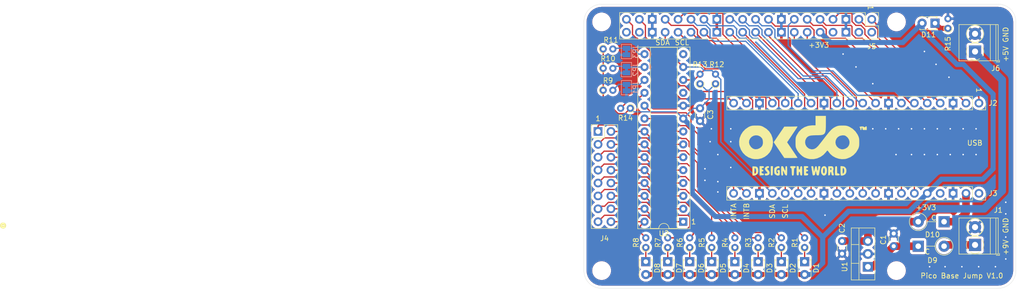
<source format=kicad_pcb>
(kicad_pcb (version 20171130) (host pcbnew 5.1.4+dfsg1-1~bpo10+1)
  (layers (0 F.Cu signal) (31 B.Cu signal) (34 B.Paste user) (35 F.Paste user) (36 B.SilkS user) (37 F.SilkS user) (38 B.Mask user) (39 F.Mask user) (44 Edge.Cuts user))
  (net 0 "")
  (net 1 GND)
  (net 2 "Net-(U2-Pad14)")
  (net 3 "Net-(U2-Pad11)")
  (net 4 GPA7)
  (net 5 GPA6)
  (net 6 GPA5)
  (net 7 GPA4)
  (net 8 GPA3)
  (net 9 GPA2)
  (net 10 GPA1)
  (net 11 GPB7)
  (net 12 GPA0)
  (net 13 GPB6)
  (net 14 GPB5)
  (net 15 GPB4)
  (net 16 GPB3)
  (net 17 GPB2)
  (net 18 GPB1)
  (net 19 GPB0)
  (net 20 +3V3)
  (net 21 "Net-(D1-Pad1)")
  (net 22 "Net-(D2-Pad1)")
  (net 23 "Net-(D3-Pad1)")
  (net 24 "Net-(D4-Pad1)")
  (net 25 "Net-(D5-Pad1)")
  (net 26 "Net-(D6-Pad1)")
  (net 27 "Net-(D7-Pad1)")
  (net 28 "Net-(D8-Pad1)")
  (net 29 GP15)
  (net 30 GP14)
  (net 31 GP13)
  (net 32 GP12)
  (net 33 GP11)
  (net 34 GP10)
  (net 35 GP9)
  (net 36 GP8)
  (net 37 GP7)
  (net 38 GP6)
  (net 39 GP1)
  (net 40 GP0)
  (net 41 GP20)
  (net 42 GP21)
  (net 43 GP22)
  (net 44 RUN)
  (net 45 GP26)
  (net 46 GP27)
  (net 47 GP28)
  (net 48 ADC_VREF)
  (net 49 VSYS)
  (net 50 A2)
  (net 51 A1)
  (net 52 A0)
  (net 53 "Net-(C1-Pad1)")
  (net 54 "Net-(D11-Pad1)")
  (net 55 RESET)
  (net 56 +5V)
  (net 57 VCC)
  (net 58 INTB)
  (net 59 INTA)
  (net 60 "Net-(J3-Pad40)")
  (net 61 "Net-(J5-Pad40)")
  (net 62 "Net-(J5-Pad39)")
  (net 63 "Net-(J3-Pad37)")
  (net 64 "Net-(J5-Pad37)")
  (net 65 GP5)
  (net 66 GP4)
  (net 67 GP3)
  (net 68 GP2)
  (net 69 "Net-(J5-Pad22)")
  (net 70 "Net-(J5-Pad21)")
  (net 71 I2C1_SDA)
  (net 72 I2C1_SCL)
  (module Project01:OKdo_Logo (layer F.Cu) (at 157.116 112.362)
    (fp_text reference G*** hide)
    (fp_text value LOGO hide)
  )
  (module Diode_THT:D_DO-41_SOD81_P5.08mm_Vertical_KathodeUp (layer F.Cu) (at 185.362 127.368 180)
    (fp_text reference D10 (at 2.286 -2.54) (layer F.SilkS))
    (fp_text value 1N5817)
    (fp_text user C (at 2.032 0.762) (layer F.SilkS))
    (pad 2 thru_hole oval (at 5.08 0 180) (size 2.2 2.2) (drill 1.1) (layers *.Cu *.Mask) (net 56 +5V))
    (pad 1 thru_hole rect (at 0 0 180) (size 2.2 2.2) (drill 1.1) (layers *.Cu *.Mask) (net 49 VSYS))
  )
  (module Diode_THT:D_DO-41_SOD81_P5.08mm_Vertical_KathodeUp (layer F.Cu) (at 180.282 132.194)
    (fp_text reference D9 (at 2.794 2.794) (layer F.SilkS))
    (fp_text value 1N4001)
    (fp_text user C (at 1.8 1.1) (layer F.SilkS))
    (pad 2 thru_hole oval (at 5.08 0) (size 2.2 2.2) (drill 1.1) (layers *.Cu *.Mask) (net 57 VCC))
    (pad 1 thru_hole rect (at 0 0) (size 2.2 2.2) (drill 1.1) (layers *.Cu *.Mask) (net 53 "Net-(C1-Pad1)"))
  )
  (module TerminalBlock_Phoenix:TerminalBlock_Phoenix_PT-1,5-2-3.5-H_1x02_P3.50mm_Horizontal (layer F.Cu) (at 191.458 93.84 90)
    (fp_text reference J6 (at -3.302 4.064 180) (layer F.SilkS))
    (fp_text value Terminal)
    (pad 2 thru_hole circle (at 3.5 0 90) (size 2.4 2.4) (drill 1.2) (layers *.Cu *.Mask) (net 1 GND))
    (pad 1 thru_hole rect (at 0 0 90) (size 2.4 2.4) (drill 1.2) (layers *.Cu *.Mask) (net 56 +5V))
  )
  (module Capacitor_THT:C_Disc_D3.0mm_W1.6mm_P2.50mm (layer F.Cu) (at 137.356 105.016 270)
    (fp_text reference C3 (at 1.25 -2.05 90) (layer F.SilkS))
    (fp_text value 100nF)
    (pad 2 thru_hole circle (at 2.5 0 270) (size 1.6 1.6) (drill 0.8) (layers *.Cu *.Mask) (net 1 GND))
    (pad 1 thru_hole circle (at 0 0 270) (size 1.6 1.6) (drill 0.8) (layers *.Cu *.Mask) (net 20 +3V3))
  )
  (module Resistor_THT:R_Axial_DIN0204_L3.6mm_D1.6mm_P1.90mm_Vertical (layer F.Cu) (at 186.124 89.268 90)
    (fp_text reference R15 (at -3.048 0 90) (layer F.SilkS))
    (fp_text value 1K7)
    (pad 2 thru_hole oval (at 1.9 0 90) (size 1.4 1.4) (drill 0.7) (layers *.Cu *.Mask) (net 1 GND))
    (pad 1 thru_hole circle (at 0 0 90) (size 1.4 1.4) (drill 0.7) (layers *.Cu *.Mask) (net 54 "Net-(D11-Pad1)"))
  )
  (module Resistor_THT:R_Axial_DIN0204_L3.6mm_D1.6mm_P1.90mm_Vertical (layer F.Cu) (at 123.64 105.016 180)
    (fp_text reference R14 (at 0.95 -1.92) (layer F.SilkS))
    (fp_text value 10K)
    (pad 2 thru_hole oval (at 1.9 0 180) (size 1.4 1.4) (drill 0.7) (layers *.Cu *.Mask) (net 55 RESET))
    (pad 1 thru_hole circle (at 0 0 180) (size 1.4 1.4) (drill 0.7) (layers *.Cu *.Mask) (net 20 +3V3))
  )
  (module LED_THT:LED_D1.8mm_W3.3mm_H2.4mm (layer F.Cu) (at 183.584 88.252 180)
    (fp_text reference D11 (at 1.27 -2.26) (layer F.SilkS))
    (fp_text value PWR_LED)
    (pad 2 thru_hole circle (at 2.54 0 180) (size 1.8 1.8) (drill 0.9) (layers *.Cu *.Mask) (net 20 +3V3))
    (pad 1 thru_hole rect (at 0 0 180) (size 1.8 1.8) (drill 0.9) (layers *.Cu *.Mask) (net 54 "Net-(D11-Pad1)"))
  )
  (module TerminalBlock_Phoenix:TerminalBlock_Phoenix_PT-1,5-2-3.5-H_1x02_P3.50mm_Horizontal (layer F.Cu) (at 191.458 131.94 90)
    (fp_text reference J1 (at 6.858 4.572 180) (layer F.SilkS))
    (fp_text value Terminal)
    (pad 2 thru_hole circle (at 3.5 0 90) (size 2.4 2.4) (drill 1.2) (layers *.Cu *.Mask) (net 1 GND))
    (pad 1 thru_hole rect (at 0 0 90) (size 2.4 2.4) (drill 1.2) (layers *.Cu *.Mask) (net 57 VCC))
  )
  (module Package_TO_SOT_THT:TO-220-3_Vertical (layer F.Cu) (at 170.376 136.258 90)
    (fp_text reference U1 (at 0 -4.572 90) (layer F.SilkS))
    (fp_text value L7805)
    (pad 3 thru_hole oval (at 5.08 0 90) (size 1.905 2) (drill 1.1) (layers *.Cu *.Mask) (net 56 +5V))
    (pad 2 thru_hole oval (at 2.54 0 90) (size 1.905 2) (drill 1.1) (layers *.Cu *.Mask) (net 1 GND))
    (pad 1 thru_hole rect (at 0 0 90) (size 1.905 2) (drill 1.1) (layers *.Cu *.Mask) (net 53 "Net-(C1-Pad1)"))
  )
  (module Resistor_THT:R_Axial_DIN0204_L3.6mm_D1.6mm_P1.90mm_Vertical (layer F.Cu) (at 137.356 100.19 90)
    (fp_text reference R13 (at 3.81 0 180) (layer F.SilkS))
    (fp_text value 4K7)
    (pad 2 thru_hole oval (at 1.9 0 90) (size 1.4 1.4) (drill 0.7) (layers *.Cu *.Mask) (net 72 I2C1_SCL))
    (pad 1 thru_hole circle (at 0 0 90) (size 1.4 1.4) (drill 0.7) (layers *.Cu *.Mask) (net 20 +3V3))
  )
  (module Resistor_THT:R_Axial_DIN0204_L3.6mm_D1.6mm_P1.90mm_Vertical (layer F.Cu) (at 140.404 100.19 90)
    (fp_text reference R12 (at 3.81 0.254 180) (layer F.SilkS))
    (fp_text value 4K7)
    (pad 2 thru_hole oval (at 1.9 0 90) (size 1.4 1.4) (drill 0.7) (layers *.Cu *.Mask) (net 71 I2C1_SDA))
    (pad 1 thru_hole circle (at 0 0 90) (size 1.4 1.4) (drill 0.7) (layers *.Cu *.Mask) (net 20 +3V3))
  )
  (module Resistor_THT:R_Axial_DIN0204_L3.6mm_D1.6mm_P1.90mm_Vertical (layer F.Cu) (at 118.306 93.332)
    (fp_text reference R11 (at 1.524 -1.778) (layer F.SilkS))
    (fp_text value 10K)
    (pad 2 thru_hole oval (at 1.9 0) (size 1.4 1.4) (drill 0.7) (layers *.Cu *.Mask) (net 52 A0))
    (pad 1 thru_hole circle (at 0 0) (size 1.4 1.4) (drill 0.7) (layers *.Cu *.Mask) (net 20 +3V3))
  )
  (module Resistor_THT:R_Axial_DIN0204_L3.6mm_D1.6mm_P1.90mm_Vertical (layer F.Cu) (at 118.306 97.142)
    (fp_text reference R10 (at 0.95 -1.92) (layer F.SilkS))
    (fp_text value 10K)
    (pad 2 thru_hole oval (at 1.9 0) (size 1.4 1.4) (drill 0.7) (layers *.Cu *.Mask) (net 51 A1))
    (pad 1 thru_hole circle (at 0 0) (size 1.4 1.4) (drill 0.7) (layers *.Cu *.Mask) (net 20 +3V3))
  )
  (module Resistor_THT:R_Axial_DIN0204_L3.6mm_D1.6mm_P1.90mm_Vertical (layer F.Cu) (at 118.306 101.46)
    (fp_text reference R9 (at 0.95 -1.92) (layer F.SilkS))
    (fp_text value 10K)
    (pad 2 thru_hole oval (at 1.9 0) (size 1.4 1.4) (drill 0.7) (layers *.Cu *.Mask) (net 50 A2))
    (pad 1 thru_hole circle (at 0 0) (size 1.4 1.4) (drill 0.7) (layers *.Cu *.Mask) (net 20 +3V3))
  )
  (module Jumper:SolderJumper-2_P1.3mm_Bridged_Pad1.0x1.5mm (layer B.Cu) (at 122.878 93.84 90)
    (fp_text reference JP3 (at 0 1.8 270) (layer B.SilkS) (effects (justify mirror)))
    (fp_text value SolderJumper)
    (fp_poly (pts (xy -0.25 0.3) (xy 0.25 0.3) (xy 0.25 -0.3) (xy -0.25 -0.3)) (layer B.Cu) (width 0))
    (pad 2 smd rect (at 0.65 0 90) (size 1 1.5) (layers B.Cu B.Mask) (net 52 A0))
    (pad 1 smd rect (at -0.65 0 90) (size 1 1.5) (layers B.Cu B.Mask) (net 1 GND))
  )
  (module Jumper:SolderJumper-2_P1.3mm_Bridged_Pad1.0x1.5mm (layer B.Cu) (at 122.878 97.396 90)
    (fp_text reference JP2 (at 0 1.8 270) (layer B.SilkS) (effects (justify mirror)))
    (fp_text value SolderJumper)
    (fp_poly (pts (xy -0.25 0.3) (xy 0.25 0.3) (xy 0.25 -0.3) (xy -0.25 -0.3)) (layer B.Cu) (width 0))
    (pad 2 smd rect (at 0.65 0 90) (size 1 1.5) (layers B.Cu B.Mask) (net 51 A1))
    (pad 1 smd rect (at -0.65 0 90) (size 1 1.5) (layers B.Cu B.Mask) (net 1 GND))
  )
  (module Jumper:SolderJumper-2_P1.3mm_Bridged_Pad1.0x1.5mm (layer B.Cu) (at 122.878 100.952 90)
    (fp_text reference JP1 (at 0 1.8 270) (layer B.SilkS) (effects (justify mirror)))
    (fp_text value SolderJumper)
    (fp_poly (pts (xy -0.25 0.3) (xy 0.25 0.3) (xy 0.25 -0.3) (xy -0.25 -0.3)) (layer B.Cu) (width 0))
    (pad 2 smd rect (at 0.65 0 90) (size 1 1.5) (layers B.Cu B.Mask) (net 50 A2))
    (pad 1 smd rect (at -0.65 0 90) (size 1 1.5) (layers B.Cu B.Mask) (net 1 GND))
  )
  (module Capacitor_THT:C_Disc_D3.0mm_W1.6mm_P2.50mm (layer F.Cu) (at 165.296 131.178 270)
    (fp_text reference C2 (at -2.54 0 90) (layer F.SilkS))
    (fp_text value 100nF)
    (pad 2 thru_hole circle (at 2.5 0 270) (size 1.6 1.6) (drill 0.8) (layers *.Cu *.Mask) (net 1 GND))
    (pad 1 thru_hole circle (at 0 0 270) (size 1.6 1.6) (drill 0.8) (layers *.Cu *.Mask) (net 56 +5V))
  )
  (module Capacitor_THT:C_Disc_D3.0mm_W1.6mm_P2.50mm (layer F.Cu) (at 175.456 132.194 90)
    (fp_text reference C1 (at 1.25 -2.05 90) (layer F.SilkS))
    (fp_text value 330nF)
    (pad 2 thru_hole circle (at 2.5 0 90) (size 1.6 1.6) (drill 0.8) (layers *.Cu *.Mask) (net 1 GND))
    (pad 1 thru_hole circle (at 0 0 90) (size 1.6 1.6) (drill 0.8) (layers *.Cu *.Mask) (net 53 "Net-(C1-Pad1)"))
  )
  (module Project01:PinSocket_1x20_P2.54mm_Pico_21_40 (layer F.Cu) (at 192.22 121.78 270)
    (fp_text reference J3 (at 0 -2.77 180) (layer F.SilkS))
    (fp_text value Conn_01x20_Female)
    (pad 21 thru_hole oval (at 0 48.26 270) (size 1.7 1.7) (drill 1) (layers *.Cu *.Mask) (net 59 INTA))
    (pad 22 thru_hole oval (at 0 45.72 270) (size 1.7 1.7) (drill 1) (layers *.Cu *.Mask) (net 58 INTB))
    (pad 23 thru_hole rect (at 0 43.18 270) (size 1.7 1.7) (drill 1) (layers *.Cu *.Mask) (net 1 GND))
    (pad 24 thru_hole oval (at 0 40.64 270) (size 1.7 1.7) (drill 1) (layers *.Cu *.Mask) (net 71 I2C1_SDA))
    (pad 25 thru_hole oval (at 0 38.1 270) (size 1.7 1.7) (drill 1) (layers *.Cu *.Mask) (net 72 I2C1_SCL))
    (pad 26 thru_hole oval (at 0 35.56 270) (size 1.7 1.7) (drill 1) (layers *.Cu *.Mask) (net 41 GP20))
    (pad 27 thru_hole oval (at 0 33.02 270) (size 1.7 1.7) (drill 1) (layers *.Cu *.Mask) (net 42 GP21))
    (pad 28 thru_hole rect (at 0 30.48 270) (size 1.7 1.7) (drill 1) (layers *.Cu *.Mask) (net 1 GND))
    (pad 29 thru_hole oval (at 0 27.94 270) (size 1.7 1.7) (drill 1) (layers *.Cu *.Mask) (net 43 GP22))
    (pad 30 thru_hole oval (at 0 25.4 270) (size 1.7 1.7) (drill 1) (layers *.Cu *.Mask) (net 44 RUN))
    (pad 31 thru_hole oval (at 0 22.86 270) (size 1.7 1.7) (drill 1) (layers *.Cu *.Mask) (net 45 GP26))
    (pad 32 thru_hole oval (at 0 20.32 270) (size 1.7 1.7) (drill 1) (layers *.Cu *.Mask) (net 46 GP27))
    (pad 33 thru_hole rect (at 0 17.78 270) (size 1.7 1.7) (drill 1) (layers *.Cu *.Mask) (net 1 GND))
    (pad 34 thru_hole oval (at 0 15.24 270) (size 1.7 1.7) (drill 1) (layers *.Cu *.Mask) (net 47 GP28))
    (pad 35 thru_hole oval (at 0 12.7 270) (size 1.7 1.7) (drill 1) (layers *.Cu *.Mask) (net 48 ADC_VREF))
    (pad 36 thru_hole oval (at 0 10.16 270) (size 1.7 1.7) (drill 1) (layers *.Cu *.Mask) (net 20 +3V3))
    (pad 37 thru_hole oval (at 0 7.62 270) (size 1.7 1.7) (drill 1) (layers *.Cu *.Mask) (net 63 "Net-(J3-Pad37)"))
    (pad 38 thru_hole rect (at 0 5.08 270) (size 1.7 1.7) (drill 1) (layers *.Cu *.Mask) (net 1 GND))
    (pad 39 thru_hole oval (at 0 2.54 270) (size 1.7 1.7) (drill 1) (layers *.Cu *.Mask) (net 49 VSYS))
    (pad 40 thru_hole circle (at 0 0 270) (size 1.7 1.7) (drill 1) (layers *.Cu *.Mask) (net 60 "Net-(J3-Pad40)"))
  )
  (module Project01:PinSocket_1x20_P2.54mm_Pico_1_20 (layer F.Cu) (at 192.22 104 270)
    (fp_text reference J2 (at 0 -2.77) (layer F.SilkS))
    (fp_text value Conn_01x20_Female)
    (pad 20 thru_hole oval (at 0 48.26 270) (size 1.7 1.7) (drill 1) (layers *.Cu *.Mask) (net 29 GP15))
    (pad 19 thru_hole oval (at 0 45.72 270) (size 1.7 1.7) (drill 1) (layers *.Cu *.Mask) (net 30 GP14))
    (pad 18 thru_hole rect (at 0 43.18 270) (size 1.7 1.7) (drill 1) (layers *.Cu *.Mask) (net 1 GND))
    (pad 17 thru_hole oval (at 0 40.64 270) (size 1.7 1.7) (drill 1) (layers *.Cu *.Mask) (net 31 GP13))
    (pad 16 thru_hole oval (at 0 38.1 270) (size 1.7 1.7) (drill 1) (layers *.Cu *.Mask) (net 32 GP12))
    (pad 15 thru_hole oval (at 0 35.56 270) (size 1.7 1.7) (drill 1) (layers *.Cu *.Mask) (net 33 GP11))
    (pad 14 thru_hole oval (at 0 33.02 270) (size 1.7 1.7) (drill 1) (layers *.Cu *.Mask) (net 34 GP10))
    (pad 13 thru_hole rect (at 0 30.48 270) (size 1.7 1.7) (drill 1) (layers *.Cu *.Mask) (net 1 GND))
    (pad 12 thru_hole oval (at 0 27.94 270) (size 1.7 1.7) (drill 1) (layers *.Cu *.Mask) (net 35 GP9))
    (pad 11 thru_hole oval (at 0 25.4 270) (size 1.7 1.7) (drill 1) (layers *.Cu *.Mask) (net 36 GP8))
    (pad 10 thru_hole oval (at 0 22.86 270) (size 1.7 1.7) (drill 1) (layers *.Cu *.Mask) (net 37 GP7))
    (pad 9 thru_hole oval (at 0 20.32 270) (size 1.7 1.7) (drill 1) (layers *.Cu *.Mask) (net 38 GP6))
    (pad 8 thru_hole rect (at 0 17.78 270) (size 1.7 1.7) (drill 1) (layers *.Cu *.Mask) (net 1 GND))
    (pad 7 thru_hole oval (at 0 15.24 270) (size 1.7 1.7) (drill 1) (layers *.Cu *.Mask) (net 65 GP5))
    (pad 6 thru_hole oval (at 0 12.7 270) (size 1.7 1.7) (drill 1) (layers *.Cu *.Mask) (net 66 GP4))
    (pad 5 thru_hole oval (at 0 10.16 270) (size 1.7 1.7) (drill 1) (layers *.Cu *.Mask) (net 67 GP3))
    (pad 4 thru_hole oval (at 0 7.62 270) (size 1.7 1.7) (drill 1) (layers *.Cu *.Mask) (net 68 GP2))
    (pad 3 thru_hole rect (at 0 5.08 270) (size 1.7 1.7) (drill 1) (layers *.Cu *.Mask) (net 1 GND))
    (pad 2 thru_hole oval (at 0 2.54 270) (size 1.7 1.7) (drill 1) (layers *.Cu *.Mask) (net 39 GP1))
    (pad 1 thru_hole circle (at 0 0 270) (size 1.7 1.7) (drill 1) (layers *.Cu *.Mask) (net 40 GP0))
  )
  (module Resistor_THT:R_Axial_DIN0204_L3.6mm_D1.6mm_P1.90mm_Vertical (layer F.Cu) (at 126.688 132.448 90)
    (fp_text reference R8 (at 0.95 -1.92 90) (layer F.SilkS))
    (fp_text value 1K7)
    (pad 2 thru_hole oval (at 1.9 0 90) (size 1.4 1.4) (drill 0.7) (layers *.Cu *.Mask) (net 4 GPA7))
    (pad 1 thru_hole circle (at 0 0 90) (size 1.4 1.4) (drill 0.7) (layers *.Cu *.Mask) (net 28 "Net-(D8-Pad1)"))
  )
  (module Resistor_THT:R_Axial_DIN0204_L3.6mm_D1.6mm_P1.90mm_Vertical (layer F.Cu) (at 131.006 132.448 90)
    (fp_text reference R7 (at 0.95 -1.92 90) (layer F.SilkS))
    (fp_text value 1K7)
    (pad 2 thru_hole oval (at 1.9 0 90) (size 1.4 1.4) (drill 0.7) (layers *.Cu *.Mask) (net 5 GPA6))
    (pad 1 thru_hole circle (at 0 0 90) (size 1.4 1.4) (drill 0.7) (layers *.Cu *.Mask) (net 27 "Net-(D7-Pad1)"))
  )
  (module Resistor_THT:R_Axial_DIN0204_L3.6mm_D1.6mm_P1.90mm_Vertical (layer F.Cu) (at 135.324 132.448 90)
    (fp_text reference R6 (at 0.95 -1.92 90) (layer F.SilkS))
    (fp_text value 1K7)
    (pad 2 thru_hole oval (at 1.9 0 90) (size 1.4 1.4) (drill 0.7) (layers *.Cu *.Mask) (net 6 GPA5))
    (pad 1 thru_hole circle (at 0 0 90) (size 1.4 1.4) (drill 0.7) (layers *.Cu *.Mask) (net 26 "Net-(D6-Pad1)"))
  )
  (module Resistor_THT:R_Axial_DIN0204_L3.6mm_D1.6mm_P1.90mm_Vertical (layer F.Cu) (at 139.642 132.448 90)
    (fp_text reference R5 (at 0.95 -1.92 90) (layer F.SilkS))
    (fp_text value 1K7)
    (pad 2 thru_hole oval (at 1.9 0 90) (size 1.4 1.4) (drill 0.7) (layers *.Cu *.Mask) (net 7 GPA4))
    (pad 1 thru_hole circle (at 0 0 90) (size 1.4 1.4) (drill 0.7) (layers *.Cu *.Mask) (net 25 "Net-(D5-Pad1)"))
  )
  (module Resistor_THT:R_Axial_DIN0204_L3.6mm_D1.6mm_P1.90mm_Vertical (layer F.Cu) (at 144.214 132.448 90)
    (fp_text reference R4 (at 0.95 -1.92 90) (layer F.SilkS))
    (fp_text value 1K7)
    (pad 2 thru_hole oval (at 1.9 0 90) (size 1.4 1.4) (drill 0.7) (layers *.Cu *.Mask) (net 8 GPA3))
    (pad 1 thru_hole circle (at 0 0 90) (size 1.4 1.4) (drill 0.7) (layers *.Cu *.Mask) (net 24 "Net-(D4-Pad1)"))
  )
  (module Resistor_THT:R_Axial_DIN0204_L3.6mm_D1.6mm_P1.90mm_Vertical (layer F.Cu) (at 148.786 132.448 90)
    (fp_text reference R3 (at 0.95 -1.92 90) (layer F.SilkS))
    (fp_text value 1K7)
    (pad 2 thru_hole oval (at 1.9 0 90) (size 1.4 1.4) (drill 0.7) (layers *.Cu *.Mask) (net 9 GPA2))
    (pad 1 thru_hole circle (at 0 0 90) (size 1.4 1.4) (drill 0.7) (layers *.Cu *.Mask) (net 23 "Net-(D3-Pad1)"))
  )
  (module Resistor_THT:R_Axial_DIN0204_L3.6mm_D1.6mm_P1.90mm_Vertical (layer F.Cu) (at 153.358 132.448 90)
    (fp_text reference R2 (at 0.95 -1.92 90) (layer F.SilkS))
    (fp_text value 1K7)
    (pad 2 thru_hole oval (at 1.9 0 90) (size 1.4 1.4) (drill 0.7) (layers *.Cu *.Mask) (net 10 GPA1))
    (pad 1 thru_hole circle (at 0 0 90) (size 1.4 1.4) (drill 0.7) (layers *.Cu *.Mask) (net 22 "Net-(D2-Pad1)"))
  )
  (module Resistor_THT:R_Axial_DIN0204_L3.6mm_D1.6mm_P1.90mm_Vertical (layer F.Cu) (at 157.93 132.448 90)
    (fp_text reference R1 (at 0.95 -1.92 90) (layer F.SilkS))
    (fp_text value 1K7)
    (pad 2 thru_hole oval (at 1.9 0 90) (size 1.4 1.4) (drill 0.7) (layers *.Cu *.Mask) (net 12 GPA0))
    (pad 1 thru_hole circle (at 0 0 90) (size 1.4 1.4) (drill 0.7) (layers *.Cu *.Mask) (net 21 "Net-(D1-Pad1)"))
  )
  (module LED_THT:LED_D1.8mm_W3.3mm_H2.4mm (layer F.Cu) (at 126.688 135.242 270)
    (fp_text reference D8 (at 1.27 -2.26 90) (layer F.SilkS))
    (fp_text value RLED)
    (pad 2 thru_hole circle (at 2.54 0 270) (size 1.8 1.8) (drill 0.9) (layers *.Cu *.Mask) (net 20 +3V3))
    (pad 1 thru_hole rect (at 0 0 270) (size 1.8 1.8) (drill 0.9) (layers *.Cu *.Mask) (net 28 "Net-(D8-Pad1)"))
  )
  (module LED_THT:LED_D1.8mm_W3.3mm_H2.4mm (layer F.Cu) (at 131.006 135.242 270)
    (fp_text reference D7 (at 1.27 -2.26 90) (layer F.SilkS))
    (fp_text value RLED)
    (pad 2 thru_hole circle (at 2.54 0 270) (size 1.8 1.8) (drill 0.9) (layers *.Cu *.Mask) (net 20 +3V3))
    (pad 1 thru_hole rect (at 0 0 270) (size 1.8 1.8) (drill 0.9) (layers *.Cu *.Mask) (net 27 "Net-(D7-Pad1)"))
  )
  (module LED_THT:LED_D1.8mm_W3.3mm_H2.4mm (layer F.Cu) (at 135.324 135.242 270)
    (fp_text reference D6 (at 1.27 -2.26 90) (layer F.SilkS))
    (fp_text value RLED)
    (pad 2 thru_hole circle (at 2.54 0 270) (size 1.8 1.8) (drill 0.9) (layers *.Cu *.Mask) (net 20 +3V3))
    (pad 1 thru_hole rect (at 0 0 270) (size 1.8 1.8) (drill 0.9) (layers *.Cu *.Mask) (net 26 "Net-(D6-Pad1)"))
  )
  (module LED_THT:LED_D1.8mm_W3.3mm_H2.4mm (layer F.Cu) (at 139.642 135.242 270)
    (fp_text reference D5 (at 1.27 -2.26 90) (layer F.SilkS))
    (fp_text value RLED)
    (pad 2 thru_hole circle (at 2.54 0 270) (size 1.8 1.8) (drill 0.9) (layers *.Cu *.Mask) (net 20 +3V3))
    (pad 1 thru_hole rect (at 0 0 270) (size 1.8 1.8) (drill 0.9) (layers *.Cu *.Mask) (net 25 "Net-(D5-Pad1)"))
  )
  (module LED_THT:LED_D1.8mm_W3.3mm_H2.4mm (layer F.Cu) (at 144.214 135.242 270)
    (fp_text reference D4 (at 1.27 -2.26 90) (layer F.SilkS))
    (fp_text value RLED)
    (pad 2 thru_hole circle (at 2.54 0 270) (size 1.8 1.8) (drill 0.9) (layers *.Cu *.Mask) (net 20 +3V3))
    (pad 1 thru_hole rect (at 0 0 270) (size 1.8 1.8) (drill 0.9) (layers *.Cu *.Mask) (net 24 "Net-(D4-Pad1)"))
  )
  (module LED_THT:LED_D1.8mm_W3.3mm_H2.4mm (layer F.Cu) (at 148.786 135.242 270)
    (fp_text reference D3 (at 1.27 -2.26 90) (layer F.SilkS))
    (fp_text value RLED)
    (pad 2 thru_hole circle (at 2.54 0 270) (size 1.8 1.8) (drill 0.9) (layers *.Cu *.Mask) (net 20 +3V3))
    (pad 1 thru_hole rect (at 0 0 270) (size 1.8 1.8) (drill 0.9) (layers *.Cu *.Mask) (net 23 "Net-(D3-Pad1)"))
  )
  (module LED_THT:LED_D1.8mm_W3.3mm_H2.4mm (layer F.Cu) (at 153.358 135.242 270)
    (fp_text reference D2 (at 1.27 -2.26 90) (layer F.SilkS))
    (fp_text value RLED)
    (pad 2 thru_hole circle (at 2.54 0 270) (size 1.8 1.8) (drill 0.9) (layers *.Cu *.Mask) (net 20 +3V3))
    (pad 1 thru_hole rect (at 0 0 270) (size 1.8 1.8) (drill 0.9) (layers *.Cu *.Mask) (net 22 "Net-(D2-Pad1)"))
  )
  (module LED_THT:LED_D1.8mm_W3.3mm_H2.4mm (layer F.Cu) (at 157.93 135.242 270)
    (fp_text reference D1 (at 1.27 -2.26 90) (layer F.SilkS))
    (fp_text value RLED)
    (pad 2 thru_hole circle (at 2.54 0 270) (size 1.8 1.8) (drill 0.9) (layers *.Cu *.Mask) (net 20 +3V3))
    (pad 1 thru_hole rect (at 0 0 270) (size 1.8 1.8) (drill 0.9) (layers *.Cu *.Mask) (net 21 "Net-(D1-Pad1)"))
  )
  (module Connector_PinHeader_2.54mm:PinHeader_2x08_P2.54mm_Vertical (layer F.Cu) (at 117.29 109.588)
    (fp_text reference J4 (at 1.27 21.082) (layer F.SilkS))
    (fp_text value Conn_02x08_Odd_Even)
    (pad 16 thru_hole oval (at 2.54 17.78) (size 1.7 1.7) (drill 1) (layers *.Cu *.Mask) (net 4 GPA7))
    (pad 15 thru_hole oval (at 0 17.78) (size 1.7 1.7) (drill 1) (layers *.Cu *.Mask) (net 19 GPB0))
    (pad 14 thru_hole oval (at 2.54 15.24) (size 1.7 1.7) (drill 1) (layers *.Cu *.Mask) (net 5 GPA6))
    (pad 13 thru_hole oval (at 0 15.24) (size 1.7 1.7) (drill 1) (layers *.Cu *.Mask) (net 18 GPB1))
    (pad 12 thru_hole oval (at 2.54 12.7) (size 1.7 1.7) (drill 1) (layers *.Cu *.Mask) (net 6 GPA5))
    (pad 11 thru_hole oval (at 0 12.7) (size 1.7 1.7) (drill 1) (layers *.Cu *.Mask) (net 17 GPB2))
    (pad 10 thru_hole oval (at 2.54 10.16) (size 1.7 1.7) (drill 1) (layers *.Cu *.Mask) (net 7 GPA4))
    (pad 9 thru_hole oval (at 0 10.16) (size 1.7 1.7) (drill 1) (layers *.Cu *.Mask) (net 16 GPB3))
    (pad 8 thru_hole oval (at 2.54 7.62) (size 1.7 1.7) (drill 1) (layers *.Cu *.Mask) (net 8 GPA3))
    (pad 7 thru_hole oval (at 0 7.62) (size 1.7 1.7) (drill 1) (layers *.Cu *.Mask) (net 15 GPB4))
    (pad 6 thru_hole oval (at 2.54 5.08) (size 1.7 1.7) (drill 1) (layers *.Cu *.Mask) (net 9 GPA2))
    (pad 5 thru_hole oval (at 0 5.08) (size 1.7 1.7) (drill 1) (layers *.Cu *.Mask) (net 14 GPB5))
    (pad 4 thru_hole oval (at 2.54 2.54) (size 1.7 1.7) (drill 1) (layers *.Cu *.Mask) (net 10 GPA1))
    (pad 3 thru_hole oval (at 0 2.54) (size 1.7 1.7) (drill 1) (layers *.Cu *.Mask) (net 13 GPB6))
    (pad 2 thru_hole oval (at 2.54 0) (size 1.7 1.7) (drill 1) (layers *.Cu *.Mask) (net 12 GPA0))
    (pad 1 thru_hole rect (at 0 0) (size 1.7 1.7) (drill 1) (layers *.Cu *.Mask) (net 11 GPB7))
  )
  (module MountingHole:MountingHole_2.7mm_M2.5 (layer F.Cu) (at 176 137)
    (fp_text reference H4 hide)
    (fp_text value MountingHole)
    (pad 1 np_thru_hole circle (at 0 0) (size 2.7 2.7) (drill 2.7) (layers *.Cu *.Mask))
  )
  (module MountingHole:MountingHole_2.7mm_M2.5 (layer F.Cu) (at 118 137)
    (fp_text reference H3 hide)
    (fp_text value MountingHole)
    (pad 1 np_thru_hole circle (at 0 0) (size 2.7 2.7) (drill 2.7) (layers *.Cu *.Mask))
  )
  (module MountingHole:MountingHole_2.7mm_M2.5 (layer F.Cu) (at 176 88)
    (fp_text reference H2 hide)
    (fp_text value MountingHole)
    (pad 1 np_thru_hole circle (at 0 0) (size 2.7 2.7) (drill 2.7) (layers *.Cu *.Mask))
  )
  (module MountingHole:MountingHole_2.7mm_M2.5 (layer F.Cu) (at 118 88)
    (fp_text reference H1 hide)
    (fp_text value MountingHole)
    (pad 1 np_thru_hole circle (at 0 0) (size 2.7 2.7) (drill 2.7) (layers *.Cu *.Mask))
  )
  (module Project01:PinHeader_2x20_P2.54mm_Vertical_Pico (layer F.Cu) (at 171.138 87.49 270)
    (fp_text reference J5 (at 5.334 0 180) (layer F.SilkS))
    (fp_text value Conn_02x20_Counter_Clockwise)
    (pad 1 thru_hole circle (at 0 0 270) (size 1.7 1.7) (drill 1) (layers *.Cu *.Mask) (net 40 GP0))
    (pad 40 thru_hole oval (at 2.54 0 270) (size 1.7 1.7) (drill 1) (layers *.Cu *.Mask) (net 61 "Net-(J5-Pad40)"))
    (pad 2 thru_hole oval (at 0 2.54 270) (size 1.7 1.7) (drill 1) (layers *.Cu *.Mask) (net 39 GP1))
    (pad 39 thru_hole oval (at 2.54 2.54 270) (size 1.7 1.7) (drill 1) (layers *.Cu *.Mask) (net 62 "Net-(J5-Pad39)"))
    (pad 3 thru_hole rect (at 0 5.08 270) (size 1.7 1.7) (drill 1) (layers *.Cu *.Mask) (net 1 GND))
    (pad 38 thru_hole rect (at 2.54 5.08 270) (size 1.7 1.7) (drill 1) (layers *.Cu *.Mask) (net 1 GND))
    (pad 4 thru_hole oval (at 0 7.62 270) (size 1.7 1.7) (drill 1) (layers *.Cu *.Mask) (net 68 GP2))
    (pad 37 thru_hole oval (at 2.54 7.62 270) (size 1.7 1.7) (drill 1) (layers *.Cu *.Mask) (net 64 "Net-(J5-Pad37)"))
    (pad 5 thru_hole oval (at 0 10.16 270) (size 1.7 1.7) (drill 1) (layers *.Cu *.Mask) (net 67 GP3))
    (pad 36 thru_hole oval (at 2.54 10.16 270) (size 1.7 1.7) (drill 1) (layers *.Cu *.Mask) (net 20 +3V3))
    (pad 6 thru_hole oval (at 0 12.7 270) (size 1.7 1.7) (drill 1) (layers *.Cu *.Mask) (net 66 GP4))
    (pad 35 thru_hole oval (at 2.54 12.7 270) (size 1.7 1.7) (drill 1) (layers *.Cu *.Mask) (net 48 ADC_VREF))
    (pad 7 thru_hole oval (at 0 15.24 270) (size 1.7 1.7) (drill 1) (layers *.Cu *.Mask) (net 65 GP5))
    (pad 34 thru_hole oval (at 2.54 15.24 270) (size 1.7 1.7) (drill 1) (layers *.Cu *.Mask) (net 47 GP28))
    (pad 8 thru_hole rect (at 0 17.78 270) (size 1.7 1.7) (drill 1) (layers *.Cu *.Mask) (net 1 GND))
    (pad 33 thru_hole rect (at 2.54 17.78 270) (size 1.7 1.7) (drill 1) (layers *.Cu *.Mask) (net 1 GND))
    (pad 9 thru_hole oval (at 0 20.32 270) (size 1.7 1.7) (drill 1) (layers *.Cu *.Mask) (net 38 GP6))
    (pad 32 thru_hole oval (at 2.54 20.32 270) (size 1.7 1.7) (drill 1) (layers *.Cu *.Mask) (net 46 GP27))
    (pad 10 thru_hole oval (at 0 22.86 270) (size 1.7 1.7) (drill 1) (layers *.Cu *.Mask) (net 37 GP7))
    (pad 31 thru_hole oval (at 2.54 22.86 270) (size 1.7 1.7) (drill 1) (layers *.Cu *.Mask) (net 45 GP26))
    (pad 11 thru_hole oval (at 0 25.4 270) (size 1.7 1.7) (drill 1) (layers *.Cu *.Mask) (net 36 GP8))
    (pad 30 thru_hole oval (at 2.54 25.4 270) (size 1.7 1.7) (drill 1) (layers *.Cu *.Mask) (net 44 RUN))
    (pad 12 thru_hole oval (at 0 27.94 270) (size 1.7 1.7) (drill 1) (layers *.Cu *.Mask) (net 35 GP9))
    (pad 29 thru_hole oval (at 2.54 27.94 270) (size 1.7 1.7) (drill 1) (layers *.Cu *.Mask) (net 43 GP22))
    (pad 13 thru_hole rect (at 0 30.48 270) (size 1.7 1.7) (drill 1) (layers *.Cu *.Mask) (net 1 GND))
    (pad 28 thru_hole rect (at 2.54 30.48 270) (size 1.7 1.7) (drill 1) (layers *.Cu *.Mask) (net 1 GND))
    (pad 14 thru_hole oval (at 0 33.02 270) (size 1.7 1.7) (drill 1) (layers *.Cu *.Mask) (net 34 GP10))
    (pad 27 thru_hole oval (at 2.54 33.02 270) (size 1.7 1.7) (drill 1) (layers *.Cu *.Mask) (net 42 GP21))
    (pad 15 thru_hole oval (at 0 35.56 270) (size 1.7 1.7) (drill 1) (layers *.Cu *.Mask) (net 33 GP11))
    (pad 26 thru_hole oval (at 2.54 35.56 270) (size 1.7 1.7) (drill 1) (layers *.Cu *.Mask) (net 41 GP20))
    (pad 16 thru_hole oval (at 0 38.1 270) (size 1.7 1.7) (drill 1) (layers *.Cu *.Mask) (net 32 GP12))
    (pad 25 thru_hole oval (at 2.54 38.1 270) (size 1.7 1.7) (drill 1) (layers *.Cu *.Mask) (net 72 I2C1_SCL))
    (pad 17 thru_hole oval (at 0 40.64 270) (size 1.7 1.7) (drill 1) (layers *.Cu *.Mask) (net 31 GP13))
    (pad 24 thru_hole oval (at 2.54 40.64 270) (size 1.7 1.7) (drill 1) (layers *.Cu *.Mask) (net 71 I2C1_SDA))
    (pad 18 thru_hole rect (at 0 43.18 270) (size 1.7 1.7) (drill 1) (layers *.Cu *.Mask) (net 1 GND))
    (pad 23 thru_hole rect (at 2.54 43.18 270) (size 1.7 1.7) (drill 1) (layers *.Cu *.Mask) (net 1 GND))
    (pad 19 thru_hole oval (at 0 45.72 270) (size 1.7 1.7) (drill 1) (layers *.Cu *.Mask) (net 30 GP14))
    (pad 22 thru_hole oval (at 2.54 45.72 270) (size 1.7 1.7) (drill 1) (layers *.Cu *.Mask) (net 69 "Net-(J5-Pad22)"))
    (pad 20 thru_hole oval (at 0 48.26 270) (size 1.7 1.7) (drill 1) (layers *.Cu *.Mask) (net 29 GP15))
    (pad 21 thru_hole oval (at 2.54 48.26 270) (size 1.7 1.7) (drill 1) (layers *.Cu *.Mask) (net 70 "Net-(J5-Pad21)"))
  )
  (module Package_DIP:DIP-28_W7.62mm_Socket (layer F.Cu) (at 134.054 127.368 180)
    (fp_text reference U2 (at 3.81 -2.33) (layer F.SilkS))
    (fp_text value MCP23017_SP)
    (pad 1 thru_hole rect (at 0 0 180) (size 1.6 1.6) (drill 0.8) (layers *.Cu *.Mask) (net 19 GPB0))
    (pad 15 thru_hole oval (at 7.62 33.02 180) (size 1.6 1.6) (drill 0.8) (layers *.Cu *.Mask) (net 52 A0))
    (pad 2 thru_hole oval (at 0 2.54 180) (size 1.6 1.6) (drill 0.8) (layers *.Cu *.Mask) (net 18 GPB1))
    (pad 16 thru_hole oval (at 7.62 30.48 180) (size 1.6 1.6) (drill 0.8) (layers *.Cu *.Mask) (net 51 A1))
    (pad 3 thru_hole oval (at 0 5.08 180) (size 1.6 1.6) (drill 0.8) (layers *.Cu *.Mask) (net 17 GPB2))
    (pad 17 thru_hole oval (at 7.62 27.94 180) (size 1.6 1.6) (drill 0.8) (layers *.Cu *.Mask) (net 50 A2))
    (pad 4 thru_hole oval (at 0 7.62 180) (size 1.6 1.6) (drill 0.8) (layers *.Cu *.Mask) (net 16 GPB3))
    (pad 18 thru_hole oval (at 7.62 25.4 180) (size 1.6 1.6) (drill 0.8) (layers *.Cu *.Mask) (net 55 RESET))
    (pad 5 thru_hole oval (at 0 10.16 180) (size 1.6 1.6) (drill 0.8) (layers *.Cu *.Mask) (net 15 GPB4))
    (pad 19 thru_hole oval (at 7.62 22.86 180) (size 1.6 1.6) (drill 0.8) (layers *.Cu *.Mask) (net 58 INTB))
    (pad 6 thru_hole oval (at 0 12.7 180) (size 1.6 1.6) (drill 0.8) (layers *.Cu *.Mask) (net 14 GPB5))
    (pad 20 thru_hole oval (at 7.62 20.32 180) (size 1.6 1.6) (drill 0.8) (layers *.Cu *.Mask) (net 59 INTA))
    (pad 7 thru_hole oval (at 0 15.24 180) (size 1.6 1.6) (drill 0.8) (layers *.Cu *.Mask) (net 13 GPB6))
    (pad 21 thru_hole oval (at 7.62 17.78 180) (size 1.6 1.6) (drill 0.8) (layers *.Cu *.Mask) (net 12 GPA0))
    (pad 8 thru_hole oval (at 0 17.78 180) (size 1.6 1.6) (drill 0.8) (layers *.Cu *.Mask) (net 11 GPB7))
    (pad 22 thru_hole oval (at 7.62 15.24 180) (size 1.6 1.6) (drill 0.8) (layers *.Cu *.Mask) (net 10 GPA1))
    (pad 9 thru_hole oval (at 0 20.32 180) (size 1.6 1.6) (drill 0.8) (layers *.Cu *.Mask) (net 20 +3V3))
    (pad 23 thru_hole oval (at 7.62 12.7 180) (size 1.6 1.6) (drill 0.8) (layers *.Cu *.Mask) (net 9 GPA2))
    (pad 10 thru_hole oval (at 0 22.86 180) (size 1.6 1.6) (drill 0.8) (layers *.Cu *.Mask) (net 1 GND))
    (pad 24 thru_hole oval (at 7.62 10.16 180) (size 1.6 1.6) (drill 0.8) (layers *.Cu *.Mask) (net 8 GPA3))
    (pad 11 thru_hole oval (at 0 25.4 180) (size 1.6 1.6) (drill 0.8) (layers *.Cu *.Mask) (net 3 "Net-(U2-Pad11)"))
    (pad 25 thru_hole oval (at 7.62 7.62 180) (size 1.6 1.6) (drill 0.8) (layers *.Cu *.Mask) (net 7 GPA4))
    (pad 12 thru_hole oval (at 0 27.94 180) (size 1.6 1.6) (drill 0.8) (layers *.Cu *.Mask) (net 72 I2C1_SCL))
    (pad 26 thru_hole oval (at 7.62 5.08 180) (size 1.6 1.6) (drill 0.8) (layers *.Cu *.Mask) (net 6 GPA5))
    (pad 13 thru_hole oval (at 0 30.48 180) (size 1.6 1.6) (drill 0.8) (layers *.Cu *.Mask) (net 71 I2C1_SDA))
    (pad 27 thru_hole oval (at 7.62 2.54 180) (size 1.6 1.6) (drill 0.8) (layers *.Cu *.Mask) (net 5 GPA6))
    (pad 14 thru_hole oval (at 0 33.02 180) (size 1.6 1.6) (drill 0.8) (layers *.Cu *.Mask) (net 2 "Net-(U2-Pad14)"))
    (pad 28 thru_hole oval (at 7.62 0 180) (size 1.6 1.6) (drill 0.8) (layers *.Cu *.Mask) (net 4 GPA7))
  )
  (gr_text "Pico Base Jump V1.0" (at 188.866 138.016) (layer F.SilkS) (effects (font (size 1 1))))
  (gr_text USB (at 191.406 111.854) (layer F.SilkS) (effects (font (size 1 1))))
  (gr_text +3V3 (at 181.806 124.574) (layer F.SilkS) (effects (font (size 1 1))))
  (gr_text +3V3 (at 160.724 92.57) (layer F.SilkS) (effects (font (size 1 1))))
  (gr_text GND (at 197.502 90.518 90) (layer F.SilkS) (effects (font (size 1 1))))
  (gr_text +5V (at 197.502 94.328 90) (layer F.SilkS) (effects (font (size 1 1))))
  (gr_text GND (at 197.502 128.11 90) (layer F.SilkS) (effects (font (size 1 1))))
  (gr_text INTB (at 146.5 125.336 90) (layer F.SilkS) (effects (font (size 1 1))))
  (gr_text INTA (at 143.96 125.336 90) (layer F.SilkS) (effects (font (size 1 1))))
  (gr_text SCL (at 154.12 125.336 90) (layer F.SilkS) (effects (font (size 1 1))))
  (gr_text SDA (at 151.58 125.336 90) (layer F.SilkS) (effects (font (size 1 1))))
  (gr_text "SCL\n" (at 133.8 92.062) (layer F.SilkS) (effects (font (size 1 1))))
  (gr_text SDA (at 129.99 92.062) (layer F.SilkS) (effects (font (size 1 1))))
  (gr_text "+9V\n" (at 197.502 132.428 90) (layer F.SilkS) (effects (font (size 1 1))))
  (gr_text 1 (at 117.29 107.048) (layer F.SilkS) (effects (font (size 1 1))))
  (gr_text 1 (at 170.884 85.204 270) (layer F.SilkS) (effects (font (size 1 1))))
  (gr_text 1 (at 192.22 101.46 270) (layer F.SilkS) (effects (font (size 1 1))))
  (gr_text 1 (at 136.086 127.368) (layer F.SilkS) (effects (font (size 1 1))))
  (gr_circle (center 0.25 128.13) (end 0.60921 128.13) (layer F.SilkS) (width 0.5))
  (gr_arc (start 118 88) (end 118 84.5) (angle -90) (layer Edge.Cuts) (width 0.05))
  (gr_arc (start 196 88) (end 199.5 88) (angle -90) (layer Edge.Cuts) (width 0.05))
  (gr_arc (start 196 137) (end 196 140.5) (angle -90) (layer Edge.Cuts) (width 0.05))
  (gr_arc (start 118 137) (end 114.5 137) (angle -90) (layer Edge.Cuts) (width 0.05))
  (gr_line (start 118 140.5) (end 196 140.5) (layer Edge.Cuts) (width 0.05))
  (gr_line (start 114.5 88) (end 114.5 137) (layer Edge.Cuts) (width 0.05))
  (gr_line (start 196 84.5) (end 118 84.5) (layer Edge.Cuts) (width 0.05))
  (gr_line (start 199.5 137) (end 199.5 88) (layer Edge.Cuts) (width 0.05))
  (segment (start 161.74 121.78) (end 160.968602 121.78) (width 0.25) (layer F.Cu) (net 1))
  (via (at 197.502 123.538) (size 0.508) (drill 0.3) (layers F.Cu B.Cu) (net 1))
  (via (at 197.502 125.824) (size 0.508) (drill 0.3) (layers F.Cu B.Cu) (net 1))
  (via (at 197.502 130.396) (size 0.508) (drill 0.3) (layers F.Cu B.Cu) (net 1))
  (via (at 197.502 134.714) (size 0.508) (drill 0.3) (layers F.Cu B.Cu) (net 1))
  (via (at 195.47 136.238) (size 0.508) (drill 0.3) (layers F.Cu B.Cu) (net 1))
  (via (at 192.168 136.238) (size 0.508) (drill 0.3) (layers F.Cu B.Cu) (net 1))
  (via (at 188.866 136.238) (size 0.508) (drill 0.3) (layers F.Cu B.Cu) (net 1))
  (via (at 185.564 136.238) (size 0.508) (drill 0.3) (layers F.Cu B.Cu) (net 1))
  (via (at 182.516 136.238) (size 0.508) (drill 0.3) (layers F.Cu B.Cu) (net 1))
  (via (at 171.34 109.06) (size 0.508) (drill 0.3) (layers F.Cu B.Cu) (net 1))
  (via (at 173.88 109.06) (size 0.508) (drill 0.3) (layers F.Cu B.Cu) (net 1))
  (via (at 176.42 109.06) (size 0.508) (drill 0.3) (layers F.Cu B.Cu) (net 1))
  (via (at 178.96 109.06) (size 0.508) (drill 0.3) (layers F.Cu B.Cu) (net 1))
  (via (at 181.5 109.06) (size 0.508) (drill 0.3) (layers F.Cu B.Cu) (net 1))
  (via (at 184.04 109.06) (size 0.508) (drill 0.3) (layers F.Cu B.Cu) (net 1))
  (via (at 186.58 109.06) (size 0.508) (drill 0.3) (layers F.Cu B.Cu) (net 1))
  (via (at 189.12 109.06) (size 0.508) (drill 0.3) (layers F.Cu B.Cu) (net 1))
  (via (at 191.66 109.06) (size 0.508) (drill 0.3) (layers F.Cu B.Cu) (net 1))
  (via (at 175.912 114.14) (size 0.508) (drill 0.3) (layers F.Cu B.Cu) (net 1))
  (via (at 178.96 114.14) (size 0.508) (drill 0.3) (layers F.Cu B.Cu) (net 1))
  (via (at 181.5 114.14) (size 0.508) (drill 0.3) (layers F.Cu B.Cu) (net 1))
  (via (at 184.04 114.14) (size 0.508) (drill 0.3) (layers F.Cu B.Cu) (net 1))
  (via (at 186.58 114.14) (size 0.508) (drill 0.3) (layers F.Cu B.Cu) (net 1))
  (via (at 189.12 114.14) (size 0.508) (drill 0.3) (layers F.Cu B.Cu) (net 1))
  (via (at 191.66 114.14) (size 0.508) (drill 0.3) (layers F.Cu B.Cu) (net 1))
  (via (at 181.5 93.82) (size 0.508) (drill 0.3) (layers F.Cu B.Cu) (net 1))
  (via (at 183.786 96.36) (size 0.508) (drill 0.3) (layers F.Cu B.Cu) (net 1))
  (via (at 186.326 98.9) (size 0.508) (drill 0.3) (layers F.Cu B.Cu) (net 1))
  (via (at 165.498 94.328) (size 0.508) (drill 0.3) (layers F.Cu B.Cu) (net 1))
  (via (at 168.038 96.868) (size 0.508) (drill 0.3) (layers F.Cu B.Cu) (net 1))
  (via (at 171.34 100.17) (size 0.508) (drill 0.3) (layers F.Cu B.Cu) (net 1))
  (via (at 143.4 109.06) (size 0.508) (drill 0.3) (layers F.Cu B.Cu) (net 1))
  (via (at 143.4 111.6) (size 0.508) (drill 0.3) (layers F.Cu B.Cu) (net 1))
  (via (at 143.4 116.68) (size 0.508) (drill 0.3) (layers F.Cu B.Cu) (net 1))
  (via (at 139.59 109.06) (size 0.508) (drill 0.3) (layers F.Cu B.Cu) (net 1))
  (via (at 139.336 111.6) (size 0.508) (drill 0.3) (layers F.Cu B.Cu) (net 1))
  (via (at 138.32 116.934) (size 0.508) (drill 0.3) (layers F.Cu B.Cu) (net 1))
  (via (at 140.86 119.474) (size 0.508) (drill 0.3) (layers F.Cu B.Cu) (net 1))
  (via (at 140.86 121.506) (size 0.508) (drill 0.3) (layers F.Cu B.Cu) (net 1))
  (via (at 138.32 119.22) (size 0.508) (drill 0.3) (layers F.Cu B.Cu) (net 1))
  (via (at 140.86 114.14) (size 0.508) (drill 0.3) (layers F.Cu B.Cu) (net 1))
  (via (at 161.942 126.078) (size 0.508) (drill 0.3) (layers F.Cu B.Cu) (net 1))
  (segment (start 120.592 127.368) (end 119.83 128.13) (width 0.25) (layer F.Cu) (net 4))
  (segment (start 126.434 127.368) (end 120.592 127.368) (width 0.25) (layer F.Cu) (net 4))
  (segment (start 125.988001 129.848001) (end 126.688 130.548) (width 0.25) (layer F.Cu) (net 4))
  (segment (start 125.634001 129.494001) (end 125.988001 129.848001) (width 0.25) (layer F.Cu) (net 4))
  (segment (start 125.634001 128.167999) (end 125.634001 129.494001) (width 0.25) (layer F.Cu) (net 4))
  (segment (start 126.434 127.368) (end 125.634001 128.167999) (width 0.25) (layer F.Cu) (net 4))
  (segment (start 120.592 124.828) (end 119.83 125.59) (width 0.25) (layer F.Cu) (net 5))
  (segment (start 126.434 124.828) (end 120.592 124.828) (width 0.25) (layer F.Cu) (net 5))
  (segment (start 131.995949 130.548) (end 131.006 130.548) (width 0.25) (layer F.Cu) (net 5))
  (segment (start 127.704 126.098) (end 135.005002 126.098) (width 0.25) (layer F.Cu) (net 5))
  (segment (start 135.324 128.319002) (end 133.095002 130.548) (width 0.25) (layer F.Cu) (net 5))
  (segment (start 126.434 124.828) (end 127.704 126.098) (width 0.25) (layer F.Cu) (net 5))
  (segment (start 135.005002 126.098) (end 135.324 126.416998) (width 0.25) (layer F.Cu) (net 5))
  (segment (start 135.324 126.416998) (end 135.324 128.319002) (width 0.25) (layer F.Cu) (net 5))
  (segment (start 133.095002 130.548) (end 131.995949 130.548) (width 0.25) (layer F.Cu) (net 5))
  (segment (start 120.592 122.288) (end 119.83 123.05) (width 0.25) (layer F.Cu) (net 6))
  (segment (start 126.434 122.288) (end 120.592 122.288) (width 0.25) (layer F.Cu) (net 6))
  (segment (start 136.023999 129.848001) (end 135.324 130.548) (width 0.25) (layer F.Cu) (net 6))
  (segment (start 136.023999 125.103397) (end 136.023999 129.848001) (width 0.25) (layer F.Cu) (net 6))
  (segment (start 134.478602 123.558) (end 136.023999 125.103397) (width 0.25) (layer F.Cu) (net 6))
  (segment (start 126.434 122.288) (end 127.704 123.558) (width 0.25) (layer F.Cu) (net 6))
  (segment (start 127.704 123.558) (end 134.478602 123.558) (width 0.25) (layer F.Cu) (net 6))
  (segment (start 126.434 119.748) (end 119.83 119.748) (width 0.25) (layer F.Cu) (net 7))
  (segment (start 139.642 126.181398) (end 139.642 130.548) (width 0.25) (layer F.Cu) (net 7))
  (segment (start 126.434 119.748) (end 127.704 121.018) (width 0.25) (layer F.Cu) (net 7))
  (segment (start 134.478602 121.018) (end 139.642 126.181398) (width 0.25) (layer F.Cu) (net 7))
  (segment (start 127.704 121.018) (end 134.478602 121.018) (width 0.25) (layer F.Cu) (net 7))
  (segment (start 126.434 117.208) (end 119.83 117.208) (width 0.25) (layer F.Cu) (net 8))
  (segment (start 135.61599 121.30999) (end 144.214 129.908) (width 0.25) (layer F.Cu) (net 8))
  (segment (start 144.214 129.908) (end 144.214 130.548) (width 0.25) (layer F.Cu) (net 8))
  (segment (start 135.61599 119.615388) (end 135.61599 121.30999) (width 0.25) (layer F.Cu) (net 8))
  (segment (start 134.478602 118.478) (end 135.61599 119.615388) (width 0.25) (layer F.Cu) (net 8))
  (segment (start 126.434 117.208) (end 127.704 118.478) (width 0.25) (layer F.Cu) (net 8))
  (segment (start 127.704 118.478) (end 134.478602 118.478) (width 0.25) (layer F.Cu) (net 8))
  (segment (start 126.434 114.668) (end 119.83 114.668) (width 0.25) (layer F.Cu) (net 9))
  (segment (start 145.87 130.548) (end 148.786 130.548) (width 0.25) (layer F.Cu) (net 9))
  (segment (start 136.086 120.764) (end 145.87 130.548) (width 0.25) (layer F.Cu) (net 9))
  (segment (start 136.086 117.208) (end 136.086 120.764) (width 0.25) (layer F.Cu) (net 9))
  (segment (start 134.816 115.938) (end 136.086 117.208) (width 0.25) (layer F.Cu) (net 9))
  (segment (start 126.434 114.668) (end 127.704 115.938) (width 0.25) (layer F.Cu) (net 9))
  (segment (start 127.704 115.938) (end 134.816 115.938) (width 0.25) (layer F.Cu) (net 9))
  (segment (start 126.434 112.128) (end 119.83 112.128) (width 0.25) (layer F.Cu) (net 10))
  (segment (start 152.658001 129.848001) (end 153.358 130.548) (width 0.25) (layer F.Cu) (net 10))
  (segment (start 127.704 113.398) (end 134.478602 113.398) (width 0.25) (layer F.Cu) (net 10))
  (segment (start 126.434 112.128) (end 127.704 113.398) (width 0.25) (layer F.Cu) (net 10))
  (segment (start 134.478602 113.398) (end 136.848 115.767398) (width 0.25) (layer F.Cu) (net 10))
  (segment (start 152.312999 129.502999) (end 152.658001 129.848001) (width 0.25) (layer F.Cu) (net 10))
  (segment (start 145.840999 129.502999) (end 152.312999 129.502999) (width 0.25) (layer F.Cu) (net 10))
  (segment (start 136.848 115.767398) (end 136.848 120.51) (width 0.25) (layer F.Cu) (net 10))
  (segment (start 136.848 120.51) (end 145.840999 129.502999) (width 0.25) (layer F.Cu) (net 10))
  (segment (start 131.65263 108.318) (end 117.46 108.318) (width 0.25) (layer F.Cu) (net 11))
  (segment (start 117.29 108.488) (end 117.29 109.588) (width 0.25) (layer F.Cu) (net 11))
  (segment (start 117.46 108.318) (end 117.29 108.488) (width 0.25) (layer F.Cu) (net 11))
  (segment (start 134.054 109.588) (end 132.92263 109.588) (width 0.25) (layer F.Cu) (net 11))
  (segment (start 132.92263 109.588) (end 131.65263 108.318) (width 0.25) (layer F.Cu) (net 11))
  (segment (start 125.30263 109.588) (end 119.83 109.588) (width 0.25) (layer F.Cu) (net 12))
  (segment (start 126.434 109.588) (end 125.30263 109.588) (width 0.25) (layer F.Cu) (net 12))
  (segment (start 155.766 128.384) (end 157.230001 129.848001) (width 0.25) (layer F.Cu) (net 12))
  (segment (start 145.738 128.384) (end 155.766 128.384) (width 0.25) (layer F.Cu) (net 12))
  (segment (start 137.61 114.922) (end 137.61 120.256) (width 0.25) (layer F.Cu) (net 12))
  (segment (start 157.230001 129.848001) (end 157.93 130.548) (width 0.25) (layer F.Cu) (net 12))
  (segment (start 135.199001 112.511001) (end 137.61 114.922) (width 0.25) (layer F.Cu) (net 12))
  (segment (start 127.704 110.858) (end 133.546 110.858) (width 0.25) (layer F.Cu) (net 12))
  (segment (start 126.434 109.588) (end 127.704 110.858) (width 0.25) (layer F.Cu) (net 12))
  (segment (start 133.546 110.858) (end 133.670999 110.982999) (width 0.25) (layer F.Cu) (net 12))
  (segment (start 133.670999 110.982999) (end 134.603601 110.982999) (width 0.25) (layer F.Cu) (net 12))
  (segment (start 134.603601 110.982999) (end 135.199001 111.578399) (width 0.25) (layer F.Cu) (net 12))
  (segment (start 137.61 120.256) (end 145.738 128.384) (width 0.25) (layer F.Cu) (net 12))
  (segment (start 135.199001 111.578399) (end 135.199001 112.511001) (width 0.25) (layer F.Cu) (net 12))
  (segment (start 118.139999 111.278001) (end 117.29 112.128) (width 0.25) (layer F.Cu) (net 13))
  (segment (start 118.56 110.858) (end 118.139999 111.278001) (width 0.25) (layer F.Cu) (net 13))
  (segment (start 126.858602 110.858) (end 118.56 110.858) (width 0.25) (layer F.Cu) (net 13))
  (segment (start 134.054 112.128) (end 128.128602 112.128) (width 0.25) (layer F.Cu) (net 13))
  (segment (start 128.128602 112.128) (end 126.858602 110.858) (width 0.25) (layer F.Cu) (net 13))
  (segment (start 118.139999 113.818001) (end 117.29 114.668) (width 0.25) (layer F.Cu) (net 14))
  (segment (start 118.485001 113.472999) (end 118.139999 113.818001) (width 0.25) (layer F.Cu) (net 14))
  (segment (start 126.933601 113.472999) (end 118.485001 113.472999) (width 0.25) (layer F.Cu) (net 14))
  (segment (start 128.128602 114.668) (end 126.933601 113.472999) (width 0.25) (layer F.Cu) (net 14))
  (segment (start 134.054 114.668) (end 128.128602 114.668) (width 0.25) (layer F.Cu) (net 14))
  (segment (start 118.139999 116.358001) (end 117.29 117.208) (width 0.25) (layer F.Cu) (net 15))
  (segment (start 118.485001 116.012999) (end 118.139999 116.358001) (width 0.25) (layer F.Cu) (net 15))
  (segment (start 126.933601 116.012999) (end 118.485001 116.012999) (width 0.25) (layer F.Cu) (net 15))
  (segment (start 128.128602 117.208) (end 126.933601 116.012999) (width 0.25) (layer F.Cu) (net 15))
  (segment (start 134.054 117.208) (end 128.128602 117.208) (width 0.25) (layer F.Cu) (net 15))
  (segment (start 118.139999 118.898001) (end 117.29 119.748) (width 0.25) (layer F.Cu) (net 16))
  (segment (start 118.485001 118.552999) (end 118.139999 118.898001) (width 0.25) (layer F.Cu) (net 16))
  (segment (start 126.933601 118.552999) (end 118.485001 118.552999) (width 0.25) (layer F.Cu) (net 16))
  (segment (start 128.128602 119.748) (end 126.933601 118.552999) (width 0.25) (layer F.Cu) (net 16))
  (segment (start 134.054 119.748) (end 128.128602 119.748) (width 0.25) (layer F.Cu) (net 16))
  (segment (start 118.139999 121.438001) (end 117.29 122.288) (width 0.25) (layer F.Cu) (net 17))
  (segment (start 118.56 121.018) (end 118.139999 121.438001) (width 0.25) (layer F.Cu) (net 17))
  (segment (start 126.858602 121.018) (end 118.56 121.018) (width 0.25) (layer F.Cu) (net 17))
  (segment (start 134.054 122.288) (end 128.128602 122.288) (width 0.25) (layer F.Cu) (net 17))
  (segment (start 128.128602 122.288) (end 126.858602 121.018) (width 0.25) (layer F.Cu) (net 17))
  (segment (start 118.569398 124.32) (end 117.798 124.32) (width 0.25) (layer F.Cu) (net 18))
  (segment (start 126.858602 123.558) (end 119.331398 123.558) (width 0.25) (layer F.Cu) (net 18))
  (segment (start 117.798 124.32) (end 117.29 124.828) (width 0.25) (layer F.Cu) (net 18))
  (segment (start 134.054 124.828) (end 128.128602 124.828) (width 0.25) (layer F.Cu) (net 18))
  (segment (start 119.331398 123.558) (end 118.569398 124.32) (width 0.25) (layer F.Cu) (net 18))
  (segment (start 128.128602 124.828) (end 126.858602 123.558) (width 0.25) (layer F.Cu) (net 18))
  (segment (start 118.139999 126.518001) (end 117.29 127.368) (width 0.25) (layer F.Cu) (net 19))
  (segment (start 118.56 126.098) (end 118.139999 126.518001) (width 0.25) (layer F.Cu) (net 19))
  (segment (start 126.858602 126.098) (end 118.56 126.098) (width 0.25) (layer F.Cu) (net 19))
  (segment (start 134.054 127.368) (end 128.128602 127.368) (width 0.25) (layer F.Cu) (net 19))
  (segment (start 128.128602 127.368) (end 126.858602 126.098) (width 0.25) (layer F.Cu) (net 19))
  (segment (start 134.308 106.794) (end 134.054 107.048) (width 0.5) (layer B.Cu) (net 20))
  (segment (start 157.93 137.782) (end 126.688 137.782) (width 1) (layer F.Cu) (net 20))
  (segment (start 136.086 105.016) (end 137.356 105.016) (width 0.25) (layer B.Cu) (net 20))
  (segment (start 134.054 107.048) (end 136.086 105.016) (width 0.25) (layer B.Cu) (net 20))
  (segment (start 139.134 101.46) (end 140.404 100.19) (width 0.25) (layer B.Cu) (net 20))
  (segment (start 137.356 105.016) (end 139.134 103.238) (width 0.25) (layer B.Cu) (net 20))
  (segment (start 139.134 103.238) (end 139.134 101.46) (width 0.25) (layer B.Cu) (net 20))
  (segment (start 138.626 101.46) (end 137.356 100.19) (width 0.25) (layer B.Cu) (net 20))
  (segment (start 139.134 101.46) (end 138.626 101.46) (width 0.25) (layer B.Cu) (net 20))
  (segment (start 180.144001 89.151999) (end 181.044 88.252) (width 1) (layer B.Cu) (net 20))
  (segment (start 177.234 92.062) (end 180.144001 89.151999) (width 1) (layer B.Cu) (net 20))
  (segment (start 163.01 92.062) (end 177.234 92.062) (width 1) (layer B.Cu) (net 20))
  (segment (start 160.978 90.03) (end 163.01 92.062) (width 1) (layer B.Cu) (net 20))
  (segment (start 133.254001 106.248001) (end 134.054 107.048) (width 0.25) (layer B.Cu) (net 20))
  (segment (start 132.721999 105.715999) (end 133.254001 106.248001) (width 0.25) (layer B.Cu) (net 20))
  (segment (start 124.339999 105.715999) (end 132.721999 105.715999) (width 0.25) (layer B.Cu) (net 20))
  (segment (start 123.64 105.016) (end 124.339999 105.715999) (width 0.25) (layer B.Cu) (net 20))
  (segment (start 161.486 130.416) (end 157.422 126.352) (width 1) (layer B.Cu) (net 20))
  (segment (start 157.422 126.352) (end 140.404 126.352) (width 1) (layer B.Cu) (net 20))
  (segment (start 140.404 126.352) (end 135.832 121.78) (width 1) (layer B.Cu) (net 20))
  (segment (start 135.832 108.826) (end 134.054 107.048) (width 1) (layer B.Cu) (net 20))
  (segment (start 135.832 121.78) (end 135.832 108.826) (width 1) (layer B.Cu) (net 20))
  (segment (start 118.306 102.449949) (end 118.306 101.46) (width 0.25) (layer F.Cu) (net 20))
  (segment (start 118.306 103.128602) (end 118.306 102.449949) (width 0.25) (layer F.Cu) (net 20))
  (segment (start 121.238399 106.061001) (end 118.306 103.128602) (width 0.25) (layer F.Cu) (net 20))
  (segment (start 122.594999 106.061001) (end 121.238399 106.061001) (width 0.25) (layer F.Cu) (net 20))
  (segment (start 123.64 105.016) (end 122.594999 106.061001) (width 0.25) (layer F.Cu) (net 20))
  (segment (start 118.306 101.46) (end 118.306 97.142) (width 0.25) (layer F.Cu) (net 20))
  (segment (start 118.306 97.142) (end 118.306 93.332) (width 0.25) (layer F.Cu) (net 20))
  (segment (start 182.06 121.78) (end 184.854 118.986) (width 1) (layer B.Cu) (net 20))
  (segment (start 184.854 118.986) (end 192.982 118.986) (width 1) (layer B.Cu) (net 20))
  (segment (start 192.982 118.986) (end 195.014 116.954) (width 1) (layer B.Cu) (net 20))
  (segment (start 195.014 116.954) (end 195.014 102.222) (width 1) (layer B.Cu) (net 20))
  (segment (start 195.014 102.222) (end 189.172 96.38) (width 1) (layer B.Cu) (net 20))
  (segment (start 187.899208 96.38) (end 181.044 89.524792) (width 1) (layer B.Cu) (net 20))
  (segment (start 181.044 89.524792) (end 181.044 88.252) (width 1) (layer B.Cu) (net 20))
  (segment (start 189.172 96.38) (end 187.899208 96.38) (width 1) (layer B.Cu) (net 20))
  (segment (start 159.202792 137.782) (end 157.93 137.782) (width 1) (layer B.Cu) (net 20))
  (segment (start 161.486 135.498792) (end 159.202792 137.782) (width 1) (layer B.Cu) (net 20))
  (segment (start 161.486 130.416) (end 161.486 135.498792) (width 1) (layer B.Cu) (net 20))
  (segment (start 181.210001 122.629999) (end 182.06 121.78) (width 1) (layer B.Cu) (net 20))
  (segment (start 178.524 125.316) (end 181.210001 122.629999) (width 1) (layer B.Cu) (net 20))
  (segment (start 166.586 125.316) (end 178.524 125.316) (width 1) (layer B.Cu) (net 20))
  (segment (start 161.486 130.416) (end 166.586 125.316) (width 1) (layer B.Cu) (net 20))
  (segment (start 157.93 135.242) (end 157.93 132.448) (width 0.25) (layer F.Cu) (net 21))
  (segment (start 153.358 135.242) (end 153.358 132.448) (width 0.25) (layer F.Cu) (net 22))
  (segment (start 148.786 134.092) (end 148.786 132.448) (width 0.25) (layer F.Cu) (net 23))
  (segment (start 148.786 135.242) (end 148.786 134.092) (width 0.25) (layer F.Cu) (net 23))
  (segment (start 144.214 134.092) (end 144.214 132.448) (width 0.25) (layer F.Cu) (net 24))
  (segment (start 144.214 135.242) (end 144.214 134.092) (width 0.25) (layer F.Cu) (net 24))
  (segment (start 139.642 135.242) (end 139.642 132.448) (width 0.25) (layer F.Cu) (net 25))
  (segment (start 135.324 135.242) (end 135.324 132.448) (width 0.25) (layer F.Cu) (net 26))
  (segment (start 131.006 134.092) (end 131.006 132.448) (width 0.25) (layer F.Cu) (net 27))
  (segment (start 131.006 135.242) (end 131.006 134.092) (width 0.25) (layer F.Cu) (net 27))
  (segment (start 126.688 135.242) (end 126.688 132.448) (width 0.25) (layer F.Cu) (net 28))
  (segment (start 123.727999 88.339999) (end 122.878 87.49) (width 0.25) (layer F.Cu) (net 29))
  (segment (start 124.835001 91.225001) (end 124.073001 90.463001) (width 0.25) (layer F.Cu) (net 29))
  (segment (start 125.005603 91.225001) (end 124.835001 91.225001) (width 0.25) (layer F.Cu) (net 29))
  (segment (start 127.579001 93.798399) (end 125.005603 91.225001) (width 0.25) (layer F.Cu) (net 29))
  (segment (start 127.579001 97.187603) (end 127.579001 93.798399) (width 0.25) (layer F.Cu) (net 29))
  (segment (start 133.541399 103.150001) (end 127.579001 97.187603) (width 0.25) (layer F.Cu) (net 29))
  (segment (start 124.073001 90.463001) (end 124.073001 88.685001) (width 0.25) (layer F.Cu) (net 29))
  (segment (start 143.110001 103.150001) (end 133.541399 103.150001) (width 0.25) (layer F.Cu) (net 29))
  (segment (start 124.073001 88.685001) (end 123.727999 88.339999) (width 0.25) (layer F.Cu) (net 29))
  (segment (start 143.96 104) (end 143.110001 103.150001) (width 0.25) (layer F.Cu) (net 29))
  (segment (start 126.267999 88.339999) (end 125.418 87.49) (width 0.25) (layer F.Cu) (net 30))
  (segment (start 126.613001 88.685001) (end 126.267999 88.339999) (width 0.25) (layer F.Cu) (net 30))
  (segment (start 126.613001 91.006003) (end 126.613001 88.685001) (width 0.25) (layer F.Cu) (net 30))
  (segment (start 128.049011 92.442013) (end 126.613001 91.006003) (width 0.25) (layer F.Cu) (net 30))
  (segment (start 128.049011 95.117613) (end 128.049011 92.442013) (width 0.25) (layer F.Cu) (net 30))
  (segment (start 133.504399 100.573001) (end 128.049011 95.117613) (width 0.25) (layer F.Cu) (net 30))
  (segment (start 134.353603 100.573001) (end 133.504399 100.573001) (width 0.25) (layer F.Cu) (net 30))
  (segment (start 135.494602 101.714) (end 134.353603 100.573001) (width 0.25) (layer F.Cu) (net 30))
  (segment (start 144.214 101.714) (end 135.494602 101.714) (width 0.25) (layer F.Cu) (net 30))
  (segment (start 146.5 104) (end 144.214 101.714) (width 0.25) (layer F.Cu) (net 30))
  (segment (start 131.347999 88.339999) (end 130.498 87.49) (width 0.25) (layer F.Cu) (net 31))
  (segment (start 131.693001 88.685001) (end 131.347999 88.339999) (width 0.25) (layer F.Cu) (net 31))
  (segment (start 136.001603 88.685001) (end 131.693001 88.685001) (width 0.25) (layer F.Cu) (net 31))
  (segment (start 138.014409 91.695011) (end 136.848 90.528602) (width 0.25) (layer F.Cu) (net 31))
  (segment (start 136.848 90.528602) (end 136.848 89.531398) (width 0.25) (layer F.Cu) (net 31))
  (segment (start 151.58 104) (end 151.58 103.554304) (width 0.25) (layer F.Cu) (net 31))
  (segment (start 139.720707 91.695011) (end 138.014409 91.695011) (width 0.25) (layer F.Cu) (net 31))
  (segment (start 151.58 103.554304) (end 139.720707 91.695011) (width 0.25) (layer F.Cu) (net 31))
  (segment (start 136.848 89.531398) (end 136.001603 88.685001) (width 0.25) (layer F.Cu) (net 31))
  (segment (start 154.12 102.720602) (end 154.12 104) (width 0.25) (layer F.Cu) (net 32))
  (segment (start 141.853001 90.453603) (end 154.12 102.720602) (width 0.25) (layer F.Cu) (net 32))
  (segment (start 141.853001 86.363999) (end 141.853001 90.453603) (width 0.25) (layer F.Cu) (net 32))
  (segment (start 141.784001 86.294999) (end 141.853001 86.363999) (width 0.25) (layer F.Cu) (net 32))
  (segment (start 134.233001 86.294999) (end 141.784001 86.294999) (width 0.25) (layer F.Cu) (net 32))
  (segment (start 133.038 87.49) (end 134.233001 86.294999) (width 0.25) (layer F.Cu) (net 32))
  (segment (start 156.66 102.124694) (end 146.343306 91.808) (width 0.25) (layer B.Cu) (net 33))
  (segment (start 156.66 104) (end 156.66 102.124694) (width 0.25) (layer B.Cu) (net 33))
  (segment (start 136.427999 88.339999) (end 135.578 87.49) (width 0.25) (layer B.Cu) (net 33))
  (segment (start 136.773001 88.685001) (end 136.427999 88.339999) (width 0.25) (layer B.Cu) (net 33))
  (segment (start 138.541603 88.685001) (end 136.773001 88.685001) (width 0.25) (layer B.Cu) (net 33))
  (segment (start 139.313001 89.456399) (end 138.541603 88.685001) (width 0.25) (layer B.Cu) (net 33))
  (segment (start 139.313001 91.006003) (end 139.313001 89.456399) (width 0.25) (layer B.Cu) (net 33))
  (segment (start 140.114998 91.808) (end 139.313001 91.006003) (width 0.25) (layer B.Cu) (net 33))
  (segment (start 146.343306 91.808) (end 140.114998 91.808) (width 0.25) (layer B.Cu) (net 33))
  (segment (start 146.368301 91.168301) (end 155.659684 100.459684) (width 0.25) (layer B.Cu) (net 34))
  (segment (start 146.311601 91.225001) (end 146.368301 91.168301) (width 0.25) (layer B.Cu) (net 34))
  (segment (start 139.388 88.76) (end 143.96 88.76) (width 0.25) (layer B.Cu) (net 34))
  (segment (start 138.118 87.49) (end 139.388 88.76) (width 0.25) (layer B.Cu) (net 34))
  (segment (start 143.96 88.76) (end 144.599699 89.399699) (width 0.25) (layer B.Cu) (net 34))
  (segment (start 144.599699 89.399699) (end 144.542999 89.456399) (width 0.25) (layer B.Cu) (net 34))
  (segment (start 144.542999 89.456399) (end 144.542999 90.603601) (width 0.25) (layer B.Cu) (net 34))
  (segment (start 144.542999 90.603601) (end 145.164399 91.225001) (width 0.25) (layer B.Cu) (net 34))
  (segment (start 145.164399 91.225001) (end 146.311601 91.225001) (width 0.25) (layer B.Cu) (net 34))
  (segment (start 155.659684 100.459684) (end 159.2 104) (width 0.25) (layer B.Cu) (net 34))
  (segment (start 161.74 99.174) (end 164.28 101.714) (width 0.25) (layer B.Cu) (net 35))
  (segment (start 156.66 99.174) (end 161.74 99.174) (width 0.25) (layer B.Cu) (net 35))
  (segment (start 148.711001 91.225001) (end 156.66 99.174) (width 0.25) (layer B.Cu) (net 35))
  (segment (start 147.704399 91.225001) (end 148.711001 91.225001) (width 0.25) (layer B.Cu) (net 35))
  (segment (start 143.198 87.49) (end 143.862694 87.49) (width 0.25) (layer B.Cu) (net 35))
  (segment (start 143.862694 87.49) (end 145.132694 88.76) (width 0.25) (layer B.Cu) (net 35))
  (segment (start 145.132694 88.76) (end 146.246 88.76) (width 0.25) (layer B.Cu) (net 35))
  (segment (start 164.28 101.714) (end 164.28 104) (width 0.25) (layer B.Cu) (net 35))
  (segment (start 147.082999 89.596999) (end 147.082999 90.603601) (width 0.25) (layer B.Cu) (net 35))
  (segment (start 146.246 88.76) (end 147.082999 89.596999) (width 0.25) (layer B.Cu) (net 35))
  (segment (start 147.082999 90.603601) (end 147.704399 91.225001) (width 0.25) (layer B.Cu) (net 35))
  (segment (start 166.82 103.27) (end 166.82 104) (width 0.25) (layer B.Cu) (net 36))
  (segment (start 162.216 98.666) (end 166.82 103.27) (width 0.25) (layer B.Cu) (net 36))
  (segment (start 147.008 88.76) (end 148.776602 88.76) (width 0.25) (layer B.Cu) (net 36))
  (segment (start 145.738 87.49) (end 147.008 88.76) (width 0.25) (layer B.Cu) (net 36))
  (segment (start 148.776602 88.76) (end 149.548 89.531398) (width 0.25) (layer B.Cu) (net 36))
  (segment (start 149.548 90.538) (end 157.676 98.666) (width 0.25) (layer B.Cu) (net 36))
  (segment (start 149.548 89.531398) (end 149.548 90.538) (width 0.25) (layer B.Cu) (net 36))
  (segment (start 157.676 98.666) (end 162.216 98.666) (width 0.25) (layer B.Cu) (net 36))
  (segment (start 149.548 88.76) (end 148.278 87.49) (width 0.25) (layer B.Cu) (net 37))
  (segment (start 169.36 104) (end 168.82 104) (width 0.25) (layer B.Cu) (net 37))
  (segment (start 159.2 98.158) (end 152.088 91.046) (width 0.25) (layer B.Cu) (net 37))
  (segment (start 168.82 104) (end 162.978 98.158) (width 0.25) (layer B.Cu) (net 37))
  (segment (start 162.978 98.158) (end 159.2 98.158) (width 0.25) (layer B.Cu) (net 37))
  (segment (start 152.088 91.046) (end 152.088 89.531398) (width 0.25) (layer B.Cu) (net 37))
  (segment (start 151.316602 88.76) (end 149.548 88.76) (width 0.25) (layer B.Cu) (net 37))
  (segment (start 152.088 89.531398) (end 151.316602 88.76) (width 0.25) (layer B.Cu) (net 37))
  (segment (start 171.050001 103.150001) (end 171.9 104) (width 0.25) (layer F.Cu) (net 38))
  (segment (start 159.782999 91.882999) (end 171.050001 103.150001) (width 0.25) (layer F.Cu) (net 38))
  (segment (start 159.782999 89.606397) (end 159.782999 91.882999) (width 0.25) (layer F.Cu) (net 38))
  (segment (start 159.011601 88.834999) (end 159.782999 89.606397) (width 0.25) (layer F.Cu) (net 38))
  (segment (start 152.162999 88.834999) (end 159.011601 88.834999) (width 0.25) (layer F.Cu) (net 38))
  (segment (start 150.818 87.49) (end 152.162999 88.834999) (width 0.25) (layer F.Cu) (net 38))
  (segment (start 172.333001 91.068307) (end 172.333001 89.456399) (width 0.25) (layer F.Cu) (net 39))
  (segment (start 169.942999 88.834999) (end 169.447999 88.339999) (width 0.25) (layer F.Cu) (net 39))
  (segment (start 172.333001 89.456399) (end 171.711601 88.834999) (width 0.25) (layer F.Cu) (net 39))
  (segment (start 169.447999 88.339999) (end 168.598 87.49) (width 0.25) (layer F.Cu) (net 39))
  (segment (start 171.711601 88.834999) (end 169.942999 88.834999) (width 0.25) (layer F.Cu) (net 39))
  (segment (start 189.68 104) (end 188.156 102.476) (width 0.25) (layer F.Cu) (net 39))
  (segment (start 188.156 102.476) (end 183.740694 102.476) (width 0.25) (layer F.Cu) (net 39))
  (segment (start 183.740694 102.476) (end 172.333001 91.068307) (width 0.25) (layer F.Cu) (net 39))
  (segment (start 171.987999 88.339999) (end 171.138 87.49) (width 0.25) (layer F.Cu) (net 40))
  (segment (start 171.987999 88.446702) (end 171.987999 88.339999) (width 0.25) (layer F.Cu) (net 40))
  (segment (start 172.803012 89.261715) (end 171.987999 88.446702) (width 0.25) (layer F.Cu) (net 40))
  (segment (start 172.803012 90.171012) (end 172.803012 89.261715) (width 0.25) (layer F.Cu) (net 40))
  (segment (start 184.6 101.968) (end 172.803012 90.171012) (width 0.25) (layer F.Cu) (net 40))
  (segment (start 191.390081 101.968) (end 184.6 101.968) (width 0.25) (layer F.Cu) (net 40))
  (segment (start 192.22 104) (end 192.22 102.797919) (width 0.25) (layer F.Cu) (net 40))
  (segment (start 192.22 102.797919) (end 191.390081 101.968) (width 0.25) (layer F.Cu) (net 40))
  (segment (start 156.66 119.24) (end 156.66 121.78) (width 0.25) (layer F.Cu) (net 41))
  (segment (start 150.31 112.89) (end 156.66 119.24) (width 0.25) (layer F.Cu) (net 41))
  (segment (start 150.31 102.948998) (end 150.31 112.89) (width 0.25) (layer F.Cu) (net 41))
  (segment (start 150.166001 102.804999) (end 150.31 102.948998) (width 0.25) (layer F.Cu) (net 41))
  (segment (start 135.578 90.03) (end 148.352999 102.804999) (width 0.25) (layer F.Cu) (net 41))
  (segment (start 148.352999 102.804999) (end 150.166001 102.804999) (width 0.25) (layer F.Cu) (net 41))
  (segment (start 159.2 118.986) (end 159.2 121.78) (width 0.25) (layer F.Cu) (net 42))
  (segment (start 152.85 112.636) (end 159.2 118.986) (width 0.25) (layer F.Cu) (net 42))
  (segment (start 152.85 103.492) (end 152.85 112.636) (width 0.25) (layer F.Cu) (net 42))
  (segment (start 140.583001 91.225001) (end 152.85 103.492) (width 0.25) (layer F.Cu) (net 42))
  (segment (start 138.118 90.03) (end 139.313001 91.225001) (width 0.25) (layer F.Cu) (net 42))
  (segment (start 139.313001 91.225001) (end 140.583001 91.225001) (width 0.25) (layer F.Cu) (net 42))
  (segment (start 164.28 119.494) (end 164.28 121.78) (width 0.25) (layer F.Cu) (net 43))
  (segment (start 143.198 90.03) (end 155.39 102.222) (width 0.25) (layer F.Cu) (net 43))
  (segment (start 155.39 110.604) (end 164.28 119.494) (width 0.25) (layer F.Cu) (net 43))
  (segment (start 155.39 102.222) (end 155.39 110.604) (width 0.25) (layer F.Cu) (net 43))
  (segment (start 166.82 119.272) (end 166.82 121.78) (width 0.25) (layer F.Cu) (net 44))
  (segment (start 157.93 110.382) (end 166.82 119.272) (width 0.25) (layer F.Cu) (net 44))
  (segment (start 145.738 90.03) (end 157.93 102.222) (width 0.25) (layer F.Cu) (net 44))
  (segment (start 157.93 102.222) (end 157.93 110.382) (width 0.25) (layer F.Cu) (net 44))
  (segment (start 169.36 120.577919) (end 169.36 121.78) (width 0.25) (layer F.Cu) (net 45))
  (segment (start 169.36 119.272) (end 169.36 120.577919) (width 0.25) (layer F.Cu) (net 45))
  (segment (start 160.47 110.382) (end 169.36 119.272) (width 0.25) (layer F.Cu) (net 45))
  (segment (start 148.278 90.03) (end 160.47 102.222) (width 0.25) (layer F.Cu) (net 45))
  (segment (start 160.47 102.222) (end 160.47 110.382) (width 0.25) (layer F.Cu) (net 45))
  (segment (start 163.01 110.128) (end 171.9 119.018) (width 0.25) (layer F.Cu) (net 46))
  (segment (start 163.01 102.948998) (end 163.01 110.128) (width 0.25) (layer F.Cu) (net 46))
  (segment (start 171.9 119.018) (end 171.9 121.78) (width 0.25) (layer F.Cu) (net 46))
  (segment (start 150.818 90.03) (end 150.818 90.756998) (width 0.25) (layer F.Cu) (net 46))
  (segment (start 150.818 90.756998) (end 163.01 102.948998) (width 0.25) (layer F.Cu) (net 46))
  (segment (start 165.55 107.842) (end 176.98 119.272) (width 0.25) (layer F.Cu) (net 47))
  (segment (start 165.55 102.476) (end 165.55 107.842) (width 0.25) (layer F.Cu) (net 47))
  (segment (start 155.898 90.03) (end 155.898 92.824) (width 0.25) (layer F.Cu) (net 47))
  (segment (start 176.98 119.272) (end 176.98 121.78) (width 0.25) (layer F.Cu) (net 47))
  (segment (start 155.898 92.824) (end 165.55 102.476) (width 0.25) (layer F.Cu) (net 47))
  (segment (start 158.438 93.078) (end 158.438 90.03) (width 0.25) (layer F.Cu) (net 48))
  (segment (start 168.09 102.73) (end 158.438 93.078) (width 0.25) (layer F.Cu) (net 48))
  (segment (start 168.09 107.842) (end 168.09 102.73) (width 0.25) (layer F.Cu) (net 48))
  (segment (start 179.52 121.78) (end 179.52 119.272) (width 0.25) (layer F.Cu) (net 48))
  (segment (start 179.52 119.272) (end 168.09 107.842) (width 0.25) (layer F.Cu) (net 48))
  (segment (start 185.362 127.368) (end 187.962 127.368) (width 1.5) (layer F.Cu) (net 49))
  (segment (start 187.962 127.368) (end 189.68 125.65) (width 1.5) (layer F.Cu) (net 49))
  (segment (start 189.68 125.65) (end 189.68 121.78) (width 1.5) (layer F.Cu) (net 49))
  (segment (start 125.56 100.302) (end 126.434 99.428) (width 0.25) (layer B.Cu) (net 50))
  (segment (start 122.878 100.302) (end 125.56 100.302) (width 0.25) (layer B.Cu) (net 50))
  (segment (start 121.364 100.302) (end 120.206 101.46) (width 0.25) (layer B.Cu) (net 50))
  (segment (start 122.878 100.302) (end 121.364 100.302) (width 0.25) (layer B.Cu) (net 50))
  (segment (start 123.02 96.888) (end 122.878 96.746) (width 0.25) (layer B.Cu) (net 51))
  (segment (start 126.434 96.888) (end 123.02 96.888) (width 0.25) (layer B.Cu) (net 51))
  (segment (start 120.602 96.746) (end 120.206 97.142) (width 0.25) (layer B.Cu) (net 51))
  (segment (start 122.878 96.746) (end 120.602 96.746) (width 0.25) (layer B.Cu) (net 51))
  (segment (start 123.878 93.19) (end 122.878 93.19) (width 0.25) (layer B.Cu) (net 52))
  (segment (start 124.14463 93.19) (end 123.878 93.19) (width 0.25) (layer B.Cu) (net 52))
  (segment (start 125.30263 94.348) (end 124.14463 93.19) (width 0.25) (layer B.Cu) (net 52))
  (segment (start 126.434 94.348) (end 125.30263 94.348) (width 0.25) (layer B.Cu) (net 52))
  (segment (start 120.348 93.19) (end 120.206 93.332) (width 0.25) (layer B.Cu) (net 52))
  (segment (start 122.878 93.19) (end 120.348 93.19) (width 0.25) (layer B.Cu) (net 52))
  (segment (start 170.844 136.258) (end 170.376 136.258) (width 1.5) (layer F.Cu) (net 53))
  (segment (start 180.282 132.194) (end 175.456 132.194) (width 1.5) (layer F.Cu) (net 53))
  (segment (start 171.392 136.258) (end 170.376 136.258) (width 1.5) (layer F.Cu) (net 53))
  (segment (start 175.456 132.194) (end 171.392 136.258) (width 1.5) (layer F.Cu) (net 53))
  (segment (start 184.6 89.268) (end 186.124 89.268) (width 1) (layer F.Cu) (net 54))
  (segment (start 183.584 88.252) (end 184.6 89.268) (width 1) (layer F.Cu) (net 54))
  (segment (start 122.439999 104.316001) (end 121.74 105.016) (width 0.25) (layer F.Cu) (net 55))
  (segment (start 123.988001 102.767999) (end 122.439999 104.316001) (width 0.25) (layer F.Cu) (net 55))
  (segment (start 125.634001 102.767999) (end 123.988001 102.767999) (width 0.25) (layer F.Cu) (net 55))
  (segment (start 126.434 101.968) (end 125.634001 102.767999) (width 0.25) (layer F.Cu) (net 55))
  (segment (start 170.376 131.178) (end 165.296 131.178) (width 1.5) (layer F.Cu) (net 56))
  (segment (start 170.376 131.178) (end 170.376 129.654) (width 1.5) (layer F.Cu) (net 56))
  (segment (start 170.376 129.654) (end 172.662 127.368) (width 1.5) (layer F.Cu) (net 56))
  (segment (start 172.662 127.368) (end 180.282 127.368) (width 1.5) (layer F.Cu) (net 56))
  (segment (start 182.822 124.828) (end 180.282 127.368) (width 1.5) (layer B.Cu) (net 56))
  (segment (start 193.236 124.828) (end 182.822 124.828) (width 1.5) (layer B.Cu) (net 56))
  (segment (start 196.792 99.428) (end 196.792 102.15) (width 1.5) (layer B.Cu) (net 56))
  (segment (start 196.792 121.272) (end 196.792 121.272) (width 1.5) (layer B.Cu) (net 56))
  (segment (start 191.458 93.84) (end 191.458 94.094) (width 1.5) (layer B.Cu) (net 56))
  (segment (start 191.458 94.094) (end 196.792 99.428) (width 1.5) (layer B.Cu) (net 56))
  (segment (start 196.792 105.452) (end 196.792 109.77) (width 1.5) (layer B.Cu) (net 56))
  (segment (start 196.792 109.77) (end 196.792 113.58) (width 1.5) (layer B.Cu) (net 56))
  (segment (start 196.792 113.58) (end 196.792 117.39) (width 1.5) (layer B.Cu) (net 56))
  (segment (start 196.792 117.39) (end 196.792 121.272) (width 1.5) (layer B.Cu) (net 56))
  (segment (start 196.792 121.272) (end 193.236 124.828) (width 1.5) (layer B.Cu) (net 56))
  (segment (start 196.792 102.15) (end 196.792 105.452) (width 1.5) (layer B.Cu) (net 56))
  (segment (start 185.616 131.94) (end 185.362 132.194) (width 1.5) (layer F.Cu) (net 57))
  (segment (start 191.458 131.94) (end 185.616 131.94) (width 1.5) (layer F.Cu) (net 57))
  (segment (start 136.935009 112.215009) (end 146.5 121.78) (width 0.25) (layer F.Cu) (net 58))
  (segment (start 127.828999 105.902999) (end 134.603601 105.902999) (width 0.25) (layer F.Cu) (net 58))
  (segment (start 135.578 108.752704) (end 136.935009 110.109713) (width 0.25) (layer F.Cu) (net 58))
  (segment (start 126.434 104.508) (end 127.828999 105.902999) (width 0.25) (layer F.Cu) (net 58))
  (segment (start 134.603601 105.902999) (end 135.578 106.877398) (width 0.25) (layer F.Cu) (net 58))
  (segment (start 136.935009 110.109713) (end 136.935009 112.215009) (width 0.25) (layer F.Cu) (net 58))
  (segment (start 135.578 106.877398) (end 135.578 108.752704) (width 0.25) (layer F.Cu) (net 58))
  (segment (start 143.96 120.577919) (end 143.96 121.78) (width 0.25) (layer F.Cu) (net 59))
  (segment (start 134.603601 108.442999) (end 136.086 109.925398) (width 0.25) (layer F.Cu) (net 59))
  (segment (start 136.086 109.925398) (end 136.086 112.703919) (width 0.25) (layer F.Cu) (net 59))
  (segment (start 131.047324 107.048) (end 132.442323 108.442999) (width 0.25) (layer F.Cu) (net 59))
  (segment (start 126.434 107.048) (end 131.047324 107.048) (width 0.25) (layer F.Cu) (net 59))
  (segment (start 136.086 112.703919) (end 143.96 120.577919) (width 0.25) (layer F.Cu) (net 59))
  (segment (start 132.442323 108.442999) (end 134.603601 108.442999) (width 0.25) (layer F.Cu) (net 59))
  (segment (start 176.726 103.746) (end 176.98 104) (width 1) (layer F.Cu) (net 65))
  (segment (start 176.130001 103.150001) (end 176.98 104) (width 0.25) (layer B.Cu) (net 65))
  (segment (start 154.702999 88.685001) (end 154.702999 92.644999) (width 0.25) (layer B.Cu) (net 65))
  (segment (start 163.486 97.65) (end 168.292 102.456) (width 0.25) (layer B.Cu) (net 65))
  (segment (start 155.898 87.49) (end 154.702999 88.685001) (width 0.25) (layer B.Cu) (net 65))
  (segment (start 154.702999 92.644999) (end 159.708 97.65) (width 0.25) (layer B.Cu) (net 65))
  (segment (start 159.708 97.65) (end 163.486 97.65) (width 0.25) (layer B.Cu) (net 65))
  (segment (start 175.436 102.456) (end 176.130001 103.150001) (width 0.25) (layer B.Cu) (net 65))
  (segment (start 168.292 102.456) (end 175.436 102.456) (width 0.25) (layer B.Cu) (net 65))
  (segment (start 159.287999 88.339999) (end 158.438 87.49) (width 0.25) (layer F.Cu) (net 66))
  (segment (start 159.633001 88.685001) (end 159.287999 88.339999) (width 0.25) (layer F.Cu) (net 66))
  (segment (start 161.401603 88.685001) (end 159.633001 88.685001) (width 0.25) (layer F.Cu) (net 66))
  (segment (start 162.173001 89.456399) (end 161.401603 88.685001) (width 0.25) (layer F.Cu) (net 66))
  (segment (start 162.173001 90.603601) (end 162.173001 89.456399) (width 0.25) (layer F.Cu) (net 66))
  (segment (start 162.794401 91.225001) (end 162.173001 90.603601) (width 0.25) (layer F.Cu) (net 66))
  (segment (start 165.973603 91.225001) (end 162.794401 91.225001) (width 0.25) (layer F.Cu) (net 66))
  (segment (start 178.748602 104) (end 165.973603 91.225001) (width 0.25) (layer F.Cu) (net 66))
  (segment (start 179.52 104) (end 178.748602 104) (width 0.25) (layer F.Cu) (net 66))
  (segment (start 161.827999 88.339999) (end 160.978 87.49) (width 0.25) (layer F.Cu) (net 67))
  (segment (start 167.034003 88.685001) (end 162.173001 88.685001) (width 0.25) (layer F.Cu) (net 67))
  (segment (start 167.253001 88.903999) (end 167.034003 88.685001) (width 0.25) (layer F.Cu) (net 67))
  (segment (start 167.253001 90.453603) (end 167.253001 88.903999) (width 0.25) (layer F.Cu) (net 67))
  (segment (start 168.024399 91.225001) (end 167.253001 90.453603) (width 0.25) (layer F.Cu) (net 67))
  (segment (start 162.173001 88.685001) (end 161.827999 88.339999) (width 0.25) (layer F.Cu) (net 67))
  (segment (start 169.285001 91.225001) (end 168.024399 91.225001) (width 0.25) (layer F.Cu) (net 67))
  (segment (start 182.06 104) (end 169.285001 91.225001) (width 0.25) (layer F.Cu) (net 67))
  (segment (start 164.367999 86.640001) (end 163.518 87.49) (width 0.25) (layer F.Cu) (net 68))
  (segment (start 164.713001 86.294999) (end 164.367999 86.640001) (width 0.25) (layer F.Cu) (net 68))
  (segment (start 167.184001 86.294999) (end 164.713001 86.294999) (width 0.25) (layer F.Cu) (net 68))
  (segment (start 167.253001 86.363999) (end 167.184001 86.294999) (width 0.25) (layer F.Cu) (net 68))
  (segment (start 167.253001 87.913603) (end 167.253001 86.363999) (width 0.25) (layer F.Cu) (net 68))
  (segment (start 168.024399 88.685001) (end 167.253001 87.913603) (width 0.25) (layer F.Cu) (net 68))
  (segment (start 169.021603 88.685001) (end 168.024399 88.685001) (width 0.25) (layer F.Cu) (net 68))
  (segment (start 169.793001 89.456399) (end 169.021603 88.685001) (width 0.25) (layer F.Cu) (net 68))
  (segment (start 169.793001 90.453603) (end 169.793001 89.456399) (width 0.25) (layer F.Cu) (net 68))
  (segment (start 182.144397 102.804999) (end 169.793001 90.453603) (width 0.25) (layer F.Cu) (net 68))
  (segment (start 183.404999 102.804999) (end 182.144397 102.804999) (width 0.25) (layer F.Cu) (net 68))
  (segment (start 184.6 104) (end 183.404999 102.804999) (width 0.25) (layer F.Cu) (net 68))
  (segment (start 130.498 93.332) (end 134.054 96.888) (width 0.25) (layer F.Cu) (net 71))
  (segment (start 130.498 90.03) (end 130.498 93.332) (width 0.25) (layer F.Cu) (net 71))
  (segment (start 141.449001 111.649001) (end 151.58 121.78) (width 0.25) (layer B.Cu) (net 71))
  (segment (start 140.404 98.29) (end 141.449001 99.335001) (width 0.25) (layer B.Cu) (net 71))
  (segment (start 141.449001 99.335001) (end 141.449001 111.649001) (width 0.25) (layer B.Cu) (net 71))
  (segment (start 139.704001 97.590001) (end 140.404 98.29) (width 0.25) (layer B.Cu) (net 71))
  (segment (start 138.202603 97.590001) (end 139.704001 97.590001) (width 0.25) (layer B.Cu) (net 71))
  (segment (start 134.054 96.888) (end 137.500602 96.888) (width 0.25) (layer B.Cu) (net 71))
  (segment (start 137.500602 96.888) (end 138.202603 97.590001) (width 0.25) (layer B.Cu) (net 71))
  (segment (start 134.054 99.428) (end 136.218 99.428) (width 0.25) (layer F.Cu) (net 72))
  (segment (start 137.356 94.348) (end 133.038 90.03) (width 0.25) (layer F.Cu) (net 72))
  (segment (start 138.401001 97.244999) (end 138.055999 97.590001) (width 0.25) (layer F.Cu) (net 72))
  (segment (start 136.218 99.428) (end 137.356 98.29) (width 0.25) (layer F.Cu) (net 72))
  (segment (start 138.055999 97.590001) (end 137.356 98.29) (width 0.25) (layer F.Cu) (net 72))
  (segment (start 137.356 96.199998) (end 138.401001 97.244999) (width 0.25) (layer F.Cu) (net 72))
  (segment (start 137.356 94.348) (end 137.356 96.199998) (width 0.25) (layer F.Cu) (net 72))
  (segment (start 141.513601 97.244999) (end 138.401001 97.244999) (width 0.25) (layer F.Cu) (net 72))
  (segment (start 147.695001 112.847001) (end 147.695001 103.426399) (width 0.25) (layer F.Cu) (net 72))
  (segment (start 154.12 121.78) (end 154.12 119.272) (width 0.25) (layer F.Cu) (net 72))
  (segment (start 147.695001 103.426399) (end 141.513601 97.244999) (width 0.25) (layer F.Cu) (net 72))
  (segment (start 154.12 119.272) (end 147.695001 112.847001) (width 0.25) (layer F.Cu) (net 72))
  (zone (net 1) (net_name GND) (layer B.Cu) (connect_pads (clearance 0.508)) (min_thickness 0.254) (fill yes (arc_segments 32) (thermal_gap 0.508) (thermal_bridge_width 0.508))
    (polygon (pts (xy 113.226 83.68) (xy 200.856 83.68) (xy 201.11 142.354) (xy 112.972 141.846) (xy 112.972 83.68)))
  )
  (zone (net 1) (net_name GND) (layer F.Cu) (connect_pads (clearance 0.508)) (min_thickness 0.254) (fill yes (arc_segments 32) (thermal_gap 0.508) (thermal_bridge_width 0.508))
    (polygon (pts (xy 114.242 84.442) (xy 199.586 84.442) (xy 199.586 140.576) (xy 114.242 140.322)))
  )
)
</source>
